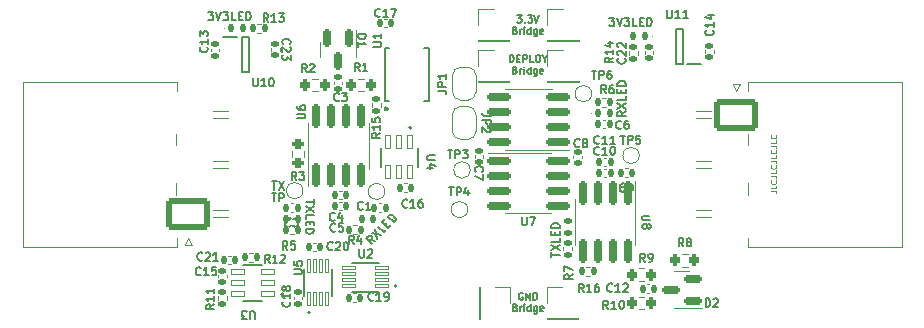
<source format=gto>
%TF.GenerationSoftware,KiCad,Pcbnew,(7.0.0)*%
%TF.CreationDate,2023-03-31T05:55:35+01:00*%
%TF.ProjectId,CANRepIso,43414e52-6570-4497-936f-2e6b69636164,rev?*%
%TF.SameCoordinates,Original*%
%TF.FileFunction,Legend,Top*%
%TF.FilePolarity,Positive*%
%FSLAX46Y46*%
G04 Gerber Fmt 4.6, Leading zero omitted, Abs format (unit mm)*
G04 Created by KiCad (PCBNEW (7.0.0)) date 2023-03-31 05:55:35*
%MOMM*%
%LPD*%
G01*
G04 APERTURE LIST*
G04 Aperture macros list*
%AMRoundRect*
0 Rectangle with rounded corners*
0 $1 Rounding radius*
0 $2 $3 $4 $5 $6 $7 $8 $9 X,Y pos of 4 corners*
0 Add a 4 corners polygon primitive as box body*
4,1,4,$2,$3,$4,$5,$6,$7,$8,$9,$2,$3,0*
0 Add four circle primitives for the rounded corners*
1,1,$1+$1,$2,$3*
1,1,$1+$1,$4,$5*
1,1,$1+$1,$6,$7*
1,1,$1+$1,$8,$9*
0 Add four rect primitives between the rounded corners*
20,1,$1+$1,$2,$3,$4,$5,0*
20,1,$1+$1,$4,$5,$6,$7,0*
20,1,$1+$1,$6,$7,$8,$9,0*
20,1,$1+$1,$8,$9,$2,$3,0*%
%AMFreePoly0*
4,1,19,0.500000,-0.750000,0.000000,-0.750000,0.000000,-0.744911,-0.071157,-0.744911,-0.207708,-0.704816,-0.327430,-0.627875,-0.420627,-0.520320,-0.479746,-0.390866,-0.500000,-0.250000,-0.500000,0.250000,-0.479746,0.390866,-0.420627,0.520320,-0.327430,0.627875,-0.207708,0.704816,-0.071157,0.744911,0.000000,0.744911,0.000000,0.750000,0.500000,0.750000,0.500000,-0.750000,0.500000,-0.750000,
$1*%
%AMFreePoly1*
4,1,19,0.000000,0.744911,0.071157,0.744911,0.207708,0.704816,0.327430,0.627875,0.420627,0.520320,0.479746,0.390866,0.500000,0.250000,0.500000,-0.250000,0.479746,-0.390866,0.420627,-0.520320,0.327430,-0.627875,0.207708,-0.704816,0.071157,-0.744911,0.000000,-0.744911,0.000000,-0.750000,-0.500000,-0.750000,-0.500000,0.750000,0.000000,0.750000,0.000000,0.744911,0.000000,0.744911,
$1*%
G04 Aperture macros list end*
%ADD10C,0.150000*%
%ADD11C,0.125000*%
%ADD12C,0.152400*%
%ADD13C,0.120000*%
%ADD14C,0.200000*%
%ADD15C,0.127000*%
%ADD16C,0.300000*%
%ADD17C,0.100000*%
%ADD18RoundRect,0.140000X-0.140000X-0.170000X0.140000X-0.170000X0.140000X0.170000X-0.140000X0.170000X0*%
%ADD19R,1.200000X0.600000*%
%ADD20RoundRect,0.140000X-0.170000X0.140000X-0.170000X-0.140000X0.170000X-0.140000X0.170000X0.140000X0*%
%ADD21RoundRect,0.140000X0.170000X-0.140000X0.170000X0.140000X-0.170000X0.140000X-0.170000X-0.140000X0*%
%ADD22RoundRect,0.135000X0.135000X0.185000X-0.135000X0.185000X-0.135000X-0.185000X0.135000X-0.185000X0*%
%ADD23RoundRect,0.135000X0.185000X-0.135000X0.185000X0.135000X-0.185000X0.135000X-0.185000X-0.135000X0*%
%ADD24RoundRect,0.150000X0.825000X0.150000X-0.825000X0.150000X-0.825000X-0.150000X0.825000X-0.150000X0*%
%ADD25RoundRect,0.150000X-0.150000X0.825000X-0.150000X-0.825000X0.150000X-0.825000X0.150000X0.825000X0*%
%ADD26RoundRect,0.150000X-0.825000X-0.150000X0.825000X-0.150000X0.825000X0.150000X-0.825000X0.150000X0*%
%ADD27RoundRect,0.150000X0.150000X-0.825000X0.150000X0.825000X-0.150000X0.825000X-0.150000X-0.825000X0*%
%ADD28RoundRect,0.008100X0.126900X-0.551900X0.126900X0.551900X-0.126900X0.551900X-0.126900X-0.551900X0*%
%ADD29RoundRect,0.040600X-0.249400X0.564400X-0.249400X-0.564400X0.249400X-0.564400X0.249400X0.564400X0*%
%ADD30RoundRect,0.040600X0.564400X0.249400X-0.564400X0.249400X-0.564400X-0.249400X0.564400X-0.249400X0*%
%ADD31RoundRect,0.008100X0.551900X0.126900X-0.551900X0.126900X-0.551900X-0.126900X0.551900X-0.126900X0*%
%ADD32R,0.240000X1.570000*%
%ADD33R,1.700000X1.700000*%
%ADD34C,1.000000*%
%ADD35C,3.000000*%
%ADD36RoundRect,0.250001X-1.599999X1.099999X-1.599999X-1.099999X1.599999X-1.099999X1.599999X1.099999X0*%
%ADD37O,3.700000X2.700000*%
%ADD38RoundRect,0.250001X1.599999X-1.099999X1.599999X1.099999X-1.599999X1.099999X-1.599999X-1.099999X0*%
%ADD39RoundRect,0.135000X-0.185000X0.135000X-0.185000X-0.135000X0.185000X-0.135000X0.185000X0.135000X0*%
%ADD40RoundRect,0.200000X-0.200000X-0.275000X0.200000X-0.275000X0.200000X0.275000X-0.200000X0.275000X0*%
%ADD41RoundRect,0.200000X0.200000X0.275000X-0.200000X0.275000X-0.200000X-0.275000X0.200000X-0.275000X0*%
%ADD42RoundRect,0.135000X-0.135000X-0.185000X0.135000X-0.185000X0.135000X0.185000X-0.135000X0.185000X0*%
%ADD43RoundRect,0.200000X-0.275000X0.200000X-0.275000X-0.200000X0.275000X-0.200000X0.275000X0.200000X0*%
%ADD44FreePoly0,270.000000*%
%ADD45FreePoly1,270.000000*%
%ADD46FreePoly0,90.000000*%
%ADD47FreePoly1,90.000000*%
%ADD48C,5.600000*%
%ADD49RoundRect,0.147500X0.147500X0.172500X-0.147500X0.172500X-0.147500X-0.172500X0.147500X-0.172500X0*%
%ADD50RoundRect,0.147500X-0.147500X-0.172500X0.147500X-0.172500X0.147500X0.172500X-0.147500X0.172500X0*%
%ADD51RoundRect,0.147500X-0.172500X0.147500X-0.172500X-0.147500X0.172500X-0.147500X0.172500X0.147500X0*%
%ADD52RoundRect,0.150000X0.587500X0.150000X-0.587500X0.150000X-0.587500X-0.150000X0.587500X-0.150000X0*%
%ADD53RoundRect,0.150000X-0.150000X0.587500X-0.150000X-0.587500X0.150000X-0.587500X0.150000X0.587500X0*%
%ADD54RoundRect,0.140000X0.140000X0.170000X-0.140000X0.170000X-0.140000X-0.170000X0.140000X-0.170000X0*%
G04 APERTURE END LIST*
D10*
X144514143Y-87858428D02*
X144514143Y-87258428D01*
X144514143Y-87258428D02*
X144657000Y-87258428D01*
X144657000Y-87258428D02*
X144742714Y-87287000D01*
X144742714Y-87287000D02*
X144799857Y-87344142D01*
X144799857Y-87344142D02*
X144828428Y-87401285D01*
X144828428Y-87401285D02*
X144857000Y-87515571D01*
X144857000Y-87515571D02*
X144857000Y-87601285D01*
X144857000Y-87601285D02*
X144828428Y-87715571D01*
X144828428Y-87715571D02*
X144799857Y-87772714D01*
X144799857Y-87772714D02*
X144742714Y-87829857D01*
X144742714Y-87829857D02*
X144657000Y-87858428D01*
X144657000Y-87858428D02*
X144514143Y-87858428D01*
X145114143Y-87544142D02*
X145314143Y-87544142D01*
X145399857Y-87858428D02*
X145114143Y-87858428D01*
X145114143Y-87858428D02*
X145114143Y-87258428D01*
X145114143Y-87258428D02*
X145399857Y-87258428D01*
X145657000Y-87858428D02*
X145657000Y-87258428D01*
X145657000Y-87258428D02*
X145885571Y-87258428D01*
X145885571Y-87258428D02*
X145942714Y-87287000D01*
X145942714Y-87287000D02*
X145971285Y-87315571D01*
X145971285Y-87315571D02*
X145999857Y-87372714D01*
X145999857Y-87372714D02*
X145999857Y-87458428D01*
X145999857Y-87458428D02*
X145971285Y-87515571D01*
X145971285Y-87515571D02*
X145942714Y-87544142D01*
X145942714Y-87544142D02*
X145885571Y-87572714D01*
X145885571Y-87572714D02*
X145657000Y-87572714D01*
X146542714Y-87858428D02*
X146257000Y-87858428D01*
X146257000Y-87858428D02*
X146257000Y-87258428D01*
X146856999Y-87258428D02*
X146971285Y-87258428D01*
X146971285Y-87258428D02*
X147028428Y-87287000D01*
X147028428Y-87287000D02*
X147085571Y-87344142D01*
X147085571Y-87344142D02*
X147114142Y-87458428D01*
X147114142Y-87458428D02*
X147114142Y-87658428D01*
X147114142Y-87658428D02*
X147085571Y-87772714D01*
X147085571Y-87772714D02*
X147028428Y-87829857D01*
X147028428Y-87829857D02*
X146971285Y-87858428D01*
X146971285Y-87858428D02*
X146856999Y-87858428D01*
X146856999Y-87858428D02*
X146799857Y-87829857D01*
X146799857Y-87829857D02*
X146742714Y-87772714D01*
X146742714Y-87772714D02*
X146714142Y-87658428D01*
X146714142Y-87658428D02*
X146714142Y-87458428D01*
X146714142Y-87458428D02*
X146742714Y-87344142D01*
X146742714Y-87344142D02*
X146799857Y-87287000D01*
X146799857Y-87287000D02*
X146856999Y-87258428D01*
X147485570Y-87572714D02*
X147485570Y-87858428D01*
X147285570Y-87258428D02*
X147485570Y-87572714D01*
X147485570Y-87572714D02*
X147685570Y-87258428D01*
X144971286Y-88516142D02*
X145057000Y-88544714D01*
X145057000Y-88544714D02*
X145085571Y-88573285D01*
X145085571Y-88573285D02*
X145114143Y-88630428D01*
X145114143Y-88630428D02*
X145114143Y-88716142D01*
X145114143Y-88716142D02*
X145085571Y-88773285D01*
X145085571Y-88773285D02*
X145057000Y-88801857D01*
X145057000Y-88801857D02*
X144999857Y-88830428D01*
X144999857Y-88830428D02*
X144771286Y-88830428D01*
X144771286Y-88830428D02*
X144771286Y-88230428D01*
X144771286Y-88230428D02*
X144971286Y-88230428D01*
X144971286Y-88230428D02*
X145028429Y-88259000D01*
X145028429Y-88259000D02*
X145057000Y-88287571D01*
X145057000Y-88287571D02*
X145085571Y-88344714D01*
X145085571Y-88344714D02*
X145085571Y-88401857D01*
X145085571Y-88401857D02*
X145057000Y-88459000D01*
X145057000Y-88459000D02*
X145028429Y-88487571D01*
X145028429Y-88487571D02*
X144971286Y-88516142D01*
X144971286Y-88516142D02*
X144771286Y-88516142D01*
X145371286Y-88830428D02*
X145371286Y-88430428D01*
X145371286Y-88544714D02*
X145399857Y-88487571D01*
X145399857Y-88487571D02*
X145428429Y-88459000D01*
X145428429Y-88459000D02*
X145485571Y-88430428D01*
X145485571Y-88430428D02*
X145542714Y-88430428D01*
X145742715Y-88830428D02*
X145742715Y-88430428D01*
X145742715Y-88230428D02*
X145714143Y-88259000D01*
X145714143Y-88259000D02*
X145742715Y-88287571D01*
X145742715Y-88287571D02*
X145771286Y-88259000D01*
X145771286Y-88259000D02*
X145742715Y-88230428D01*
X145742715Y-88230428D02*
X145742715Y-88287571D01*
X146285572Y-88830428D02*
X146285572Y-88230428D01*
X146285572Y-88801857D02*
X146228429Y-88830428D01*
X146228429Y-88830428D02*
X146114143Y-88830428D01*
X146114143Y-88830428D02*
X146057000Y-88801857D01*
X146057000Y-88801857D02*
X146028429Y-88773285D01*
X146028429Y-88773285D02*
X145999857Y-88716142D01*
X145999857Y-88716142D02*
X145999857Y-88544714D01*
X145999857Y-88544714D02*
X146028429Y-88487571D01*
X146028429Y-88487571D02*
X146057000Y-88459000D01*
X146057000Y-88459000D02*
X146114143Y-88430428D01*
X146114143Y-88430428D02*
X146228429Y-88430428D01*
X146228429Y-88430428D02*
X146285572Y-88459000D01*
X146828429Y-88430428D02*
X146828429Y-88916142D01*
X146828429Y-88916142D02*
X146799857Y-88973285D01*
X146799857Y-88973285D02*
X146771286Y-89001857D01*
X146771286Y-89001857D02*
X146714143Y-89030428D01*
X146714143Y-89030428D02*
X146628429Y-89030428D01*
X146628429Y-89030428D02*
X146571286Y-89001857D01*
X146828429Y-88801857D02*
X146771286Y-88830428D01*
X146771286Y-88830428D02*
X146657000Y-88830428D01*
X146657000Y-88830428D02*
X146599857Y-88801857D01*
X146599857Y-88801857D02*
X146571286Y-88773285D01*
X146571286Y-88773285D02*
X146542714Y-88716142D01*
X146542714Y-88716142D02*
X146542714Y-88544714D01*
X146542714Y-88544714D02*
X146571286Y-88487571D01*
X146571286Y-88487571D02*
X146599857Y-88459000D01*
X146599857Y-88459000D02*
X146657000Y-88430428D01*
X146657000Y-88430428D02*
X146771286Y-88430428D01*
X146771286Y-88430428D02*
X146828429Y-88459000D01*
X147342714Y-88801857D02*
X147285571Y-88830428D01*
X147285571Y-88830428D02*
X147171286Y-88830428D01*
X147171286Y-88830428D02*
X147114143Y-88801857D01*
X147114143Y-88801857D02*
X147085571Y-88744714D01*
X147085571Y-88744714D02*
X147085571Y-88516142D01*
X147085571Y-88516142D02*
X147114143Y-88459000D01*
X147114143Y-88459000D02*
X147171286Y-88430428D01*
X147171286Y-88430428D02*
X147285571Y-88430428D01*
X147285571Y-88430428D02*
X147342714Y-88459000D01*
X147342714Y-88459000D02*
X147371286Y-88516142D01*
X147371286Y-88516142D02*
X147371286Y-88573285D01*
X147371286Y-88573285D02*
X147085571Y-88630428D01*
X145612857Y-107394000D02*
X145555715Y-107365428D01*
X145555715Y-107365428D02*
X145470000Y-107365428D01*
X145470000Y-107365428D02*
X145384286Y-107394000D01*
X145384286Y-107394000D02*
X145327143Y-107451142D01*
X145327143Y-107451142D02*
X145298572Y-107508285D01*
X145298572Y-107508285D02*
X145270000Y-107622571D01*
X145270000Y-107622571D02*
X145270000Y-107708285D01*
X145270000Y-107708285D02*
X145298572Y-107822571D01*
X145298572Y-107822571D02*
X145327143Y-107879714D01*
X145327143Y-107879714D02*
X145384286Y-107936857D01*
X145384286Y-107936857D02*
X145470000Y-107965428D01*
X145470000Y-107965428D02*
X145527143Y-107965428D01*
X145527143Y-107965428D02*
X145612857Y-107936857D01*
X145612857Y-107936857D02*
X145641429Y-107908285D01*
X145641429Y-107908285D02*
X145641429Y-107708285D01*
X145641429Y-107708285D02*
X145527143Y-107708285D01*
X145898572Y-107965428D02*
X145898572Y-107365428D01*
X145898572Y-107365428D02*
X146241429Y-107965428D01*
X146241429Y-107965428D02*
X146241429Y-107365428D01*
X146527143Y-107965428D02*
X146527143Y-107365428D01*
X146527143Y-107365428D02*
X146670000Y-107365428D01*
X146670000Y-107365428D02*
X146755714Y-107394000D01*
X146755714Y-107394000D02*
X146812857Y-107451142D01*
X146812857Y-107451142D02*
X146841428Y-107508285D01*
X146841428Y-107508285D02*
X146870000Y-107622571D01*
X146870000Y-107622571D02*
X146870000Y-107708285D01*
X146870000Y-107708285D02*
X146841428Y-107822571D01*
X146841428Y-107822571D02*
X146812857Y-107879714D01*
X146812857Y-107879714D02*
X146755714Y-107936857D01*
X146755714Y-107936857D02*
X146670000Y-107965428D01*
X146670000Y-107965428D02*
X146527143Y-107965428D01*
X144984286Y-108623142D02*
X145070000Y-108651714D01*
X145070000Y-108651714D02*
X145098571Y-108680285D01*
X145098571Y-108680285D02*
X145127143Y-108737428D01*
X145127143Y-108737428D02*
X145127143Y-108823142D01*
X145127143Y-108823142D02*
X145098571Y-108880285D01*
X145098571Y-108880285D02*
X145070000Y-108908857D01*
X145070000Y-108908857D02*
X145012857Y-108937428D01*
X145012857Y-108937428D02*
X144784286Y-108937428D01*
X144784286Y-108937428D02*
X144784286Y-108337428D01*
X144784286Y-108337428D02*
X144984286Y-108337428D01*
X144984286Y-108337428D02*
X145041429Y-108366000D01*
X145041429Y-108366000D02*
X145070000Y-108394571D01*
X145070000Y-108394571D02*
X145098571Y-108451714D01*
X145098571Y-108451714D02*
X145098571Y-108508857D01*
X145098571Y-108508857D02*
X145070000Y-108566000D01*
X145070000Y-108566000D02*
X145041429Y-108594571D01*
X145041429Y-108594571D02*
X144984286Y-108623142D01*
X144984286Y-108623142D02*
X144784286Y-108623142D01*
X145384286Y-108937428D02*
X145384286Y-108537428D01*
X145384286Y-108651714D02*
X145412857Y-108594571D01*
X145412857Y-108594571D02*
X145441429Y-108566000D01*
X145441429Y-108566000D02*
X145498571Y-108537428D01*
X145498571Y-108537428D02*
X145555714Y-108537428D01*
X145755715Y-108937428D02*
X145755715Y-108537428D01*
X145755715Y-108337428D02*
X145727143Y-108366000D01*
X145727143Y-108366000D02*
X145755715Y-108394571D01*
X145755715Y-108394571D02*
X145784286Y-108366000D01*
X145784286Y-108366000D02*
X145755715Y-108337428D01*
X145755715Y-108337428D02*
X145755715Y-108394571D01*
X146298572Y-108937428D02*
X146298572Y-108337428D01*
X146298572Y-108908857D02*
X146241429Y-108937428D01*
X146241429Y-108937428D02*
X146127143Y-108937428D01*
X146127143Y-108937428D02*
X146070000Y-108908857D01*
X146070000Y-108908857D02*
X146041429Y-108880285D01*
X146041429Y-108880285D02*
X146012857Y-108823142D01*
X146012857Y-108823142D02*
X146012857Y-108651714D01*
X146012857Y-108651714D02*
X146041429Y-108594571D01*
X146041429Y-108594571D02*
X146070000Y-108566000D01*
X146070000Y-108566000D02*
X146127143Y-108537428D01*
X146127143Y-108537428D02*
X146241429Y-108537428D01*
X146241429Y-108537428D02*
X146298572Y-108566000D01*
X146841429Y-108537428D02*
X146841429Y-109023142D01*
X146841429Y-109023142D02*
X146812857Y-109080285D01*
X146812857Y-109080285D02*
X146784286Y-109108857D01*
X146784286Y-109108857D02*
X146727143Y-109137428D01*
X146727143Y-109137428D02*
X146641429Y-109137428D01*
X146641429Y-109137428D02*
X146584286Y-109108857D01*
X146841429Y-108908857D02*
X146784286Y-108937428D01*
X146784286Y-108937428D02*
X146670000Y-108937428D01*
X146670000Y-108937428D02*
X146612857Y-108908857D01*
X146612857Y-108908857D02*
X146584286Y-108880285D01*
X146584286Y-108880285D02*
X146555714Y-108823142D01*
X146555714Y-108823142D02*
X146555714Y-108651714D01*
X146555714Y-108651714D02*
X146584286Y-108594571D01*
X146584286Y-108594571D02*
X146612857Y-108566000D01*
X146612857Y-108566000D02*
X146670000Y-108537428D01*
X146670000Y-108537428D02*
X146784286Y-108537428D01*
X146784286Y-108537428D02*
X146841429Y-108566000D01*
X147355714Y-108908857D02*
X147298571Y-108937428D01*
X147298571Y-108937428D02*
X147184286Y-108937428D01*
X147184286Y-108937428D02*
X147127143Y-108908857D01*
X147127143Y-108908857D02*
X147098571Y-108851714D01*
X147098571Y-108851714D02*
X147098571Y-108623142D01*
X147098571Y-108623142D02*
X147127143Y-108566000D01*
X147127143Y-108566000D02*
X147184286Y-108537428D01*
X147184286Y-108537428D02*
X147298571Y-108537428D01*
X147298571Y-108537428D02*
X147355714Y-108566000D01*
X147355714Y-108566000D02*
X147384286Y-108623142D01*
X147384286Y-108623142D02*
X147384286Y-108680285D01*
X147384286Y-108680285D02*
X147098571Y-108737428D01*
D11*
X166607690Y-98773523D02*
X166964833Y-98773523D01*
X166964833Y-98773523D02*
X167036261Y-98797332D01*
X167036261Y-98797332D02*
X167083880Y-98844951D01*
X167083880Y-98844951D02*
X167107690Y-98916380D01*
X167107690Y-98916380D02*
X167107690Y-98963999D01*
X167107690Y-98297333D02*
X167107690Y-98535428D01*
X167107690Y-98535428D02*
X166607690Y-98535428D01*
X167060071Y-97844952D02*
X167083880Y-97868761D01*
X167083880Y-97868761D02*
X167107690Y-97940190D01*
X167107690Y-97940190D02*
X167107690Y-97987809D01*
X167107690Y-97987809D02*
X167083880Y-98059237D01*
X167083880Y-98059237D02*
X167036261Y-98106856D01*
X167036261Y-98106856D02*
X166988642Y-98130666D01*
X166988642Y-98130666D02*
X166893404Y-98154475D01*
X166893404Y-98154475D02*
X166821976Y-98154475D01*
X166821976Y-98154475D02*
X166726738Y-98130666D01*
X166726738Y-98130666D02*
X166679119Y-98106856D01*
X166679119Y-98106856D02*
X166631500Y-98059237D01*
X166631500Y-98059237D02*
X166607690Y-97987809D01*
X166607690Y-97987809D02*
X166607690Y-97940190D01*
X166607690Y-97940190D02*
X166631500Y-97868761D01*
X166631500Y-97868761D02*
X166655309Y-97844952D01*
X166607690Y-97487809D02*
X166964833Y-97487809D01*
X166964833Y-97487809D02*
X167036261Y-97511618D01*
X167036261Y-97511618D02*
X167083880Y-97559237D01*
X167083880Y-97559237D02*
X167107690Y-97630666D01*
X167107690Y-97630666D02*
X167107690Y-97678285D01*
X167107690Y-97011619D02*
X167107690Y-97249714D01*
X167107690Y-97249714D02*
X166607690Y-97249714D01*
X167060071Y-96559238D02*
X167083880Y-96583047D01*
X167083880Y-96583047D02*
X167107690Y-96654476D01*
X167107690Y-96654476D02*
X167107690Y-96702095D01*
X167107690Y-96702095D02*
X167083880Y-96773523D01*
X167083880Y-96773523D02*
X167036261Y-96821142D01*
X167036261Y-96821142D02*
X166988642Y-96844952D01*
X166988642Y-96844952D02*
X166893404Y-96868761D01*
X166893404Y-96868761D02*
X166821976Y-96868761D01*
X166821976Y-96868761D02*
X166726738Y-96844952D01*
X166726738Y-96844952D02*
X166679119Y-96821142D01*
X166679119Y-96821142D02*
X166631500Y-96773523D01*
X166631500Y-96773523D02*
X166607690Y-96702095D01*
X166607690Y-96702095D02*
X166607690Y-96654476D01*
X166607690Y-96654476D02*
X166631500Y-96583047D01*
X166631500Y-96583047D02*
X166655309Y-96559238D01*
X166607690Y-96202095D02*
X166964833Y-96202095D01*
X166964833Y-96202095D02*
X167036261Y-96225904D01*
X167036261Y-96225904D02*
X167083880Y-96273523D01*
X167083880Y-96273523D02*
X167107690Y-96344952D01*
X167107690Y-96344952D02*
X167107690Y-96392571D01*
X167107690Y-95725905D02*
X167107690Y-95964000D01*
X167107690Y-95964000D02*
X166607690Y-95964000D01*
X167060071Y-95273524D02*
X167083880Y-95297333D01*
X167083880Y-95297333D02*
X167107690Y-95368762D01*
X167107690Y-95368762D02*
X167107690Y-95416381D01*
X167107690Y-95416381D02*
X167083880Y-95487809D01*
X167083880Y-95487809D02*
X167036261Y-95535428D01*
X167036261Y-95535428D02*
X166988642Y-95559238D01*
X166988642Y-95559238D02*
X166893404Y-95583047D01*
X166893404Y-95583047D02*
X166821976Y-95583047D01*
X166821976Y-95583047D02*
X166726738Y-95559238D01*
X166726738Y-95559238D02*
X166679119Y-95535428D01*
X166679119Y-95535428D02*
X166631500Y-95487809D01*
X166631500Y-95487809D02*
X166607690Y-95416381D01*
X166607690Y-95416381D02*
X166607690Y-95368762D01*
X166607690Y-95368762D02*
X166631500Y-95297333D01*
X166631500Y-95297333D02*
X166655309Y-95273524D01*
X166607690Y-94916381D02*
X166964833Y-94916381D01*
X166964833Y-94916381D02*
X167036261Y-94940190D01*
X167036261Y-94940190D02*
X167083880Y-94987809D01*
X167083880Y-94987809D02*
X167107690Y-95059238D01*
X167107690Y-95059238D02*
X167107690Y-95106857D01*
X167107690Y-94440191D02*
X167107690Y-94678286D01*
X167107690Y-94678286D02*
X166607690Y-94678286D01*
X167060071Y-93987810D02*
X167083880Y-94011619D01*
X167083880Y-94011619D02*
X167107690Y-94083048D01*
X167107690Y-94083048D02*
X167107690Y-94130667D01*
X167107690Y-94130667D02*
X167083880Y-94202095D01*
X167083880Y-94202095D02*
X167036261Y-94249714D01*
X167036261Y-94249714D02*
X166988642Y-94273524D01*
X166988642Y-94273524D02*
X166893404Y-94297333D01*
X166893404Y-94297333D02*
X166821976Y-94297333D01*
X166821976Y-94297333D02*
X166726738Y-94273524D01*
X166726738Y-94273524D02*
X166679119Y-94249714D01*
X166679119Y-94249714D02*
X166631500Y-94202095D01*
X166631500Y-94202095D02*
X166607690Y-94130667D01*
X166607690Y-94130667D02*
X166607690Y-94083048D01*
X166607690Y-94083048D02*
X166631500Y-94011619D01*
X166631500Y-94011619D02*
X166655309Y-93987810D01*
D10*
X145174285Y-83894428D02*
X145545713Y-83894428D01*
X145545713Y-83894428D02*
X145345713Y-84123000D01*
X145345713Y-84123000D02*
X145431428Y-84123000D01*
X145431428Y-84123000D02*
X145488571Y-84151571D01*
X145488571Y-84151571D02*
X145517142Y-84180142D01*
X145517142Y-84180142D02*
X145545713Y-84237285D01*
X145545713Y-84237285D02*
X145545713Y-84380142D01*
X145545713Y-84380142D02*
X145517142Y-84437285D01*
X145517142Y-84437285D02*
X145488571Y-84465857D01*
X145488571Y-84465857D02*
X145431428Y-84494428D01*
X145431428Y-84494428D02*
X145259999Y-84494428D01*
X145259999Y-84494428D02*
X145202856Y-84465857D01*
X145202856Y-84465857D02*
X145174285Y-84437285D01*
X145802857Y-84437285D02*
X145831428Y-84465857D01*
X145831428Y-84465857D02*
X145802857Y-84494428D01*
X145802857Y-84494428D02*
X145774285Y-84465857D01*
X145774285Y-84465857D02*
X145802857Y-84437285D01*
X145802857Y-84437285D02*
X145802857Y-84494428D01*
X146031428Y-83894428D02*
X146402856Y-83894428D01*
X146402856Y-83894428D02*
X146202856Y-84123000D01*
X146202856Y-84123000D02*
X146288571Y-84123000D01*
X146288571Y-84123000D02*
X146345714Y-84151571D01*
X146345714Y-84151571D02*
X146374285Y-84180142D01*
X146374285Y-84180142D02*
X146402856Y-84237285D01*
X146402856Y-84237285D02*
X146402856Y-84380142D01*
X146402856Y-84380142D02*
X146374285Y-84437285D01*
X146374285Y-84437285D02*
X146345714Y-84465857D01*
X146345714Y-84465857D02*
X146288571Y-84494428D01*
X146288571Y-84494428D02*
X146117142Y-84494428D01*
X146117142Y-84494428D02*
X146059999Y-84465857D01*
X146059999Y-84465857D02*
X146031428Y-84437285D01*
X146574285Y-83894428D02*
X146774285Y-84494428D01*
X146774285Y-84494428D02*
X146974285Y-83894428D01*
X144974286Y-85152142D02*
X145060000Y-85180714D01*
X145060000Y-85180714D02*
X145088571Y-85209285D01*
X145088571Y-85209285D02*
X145117143Y-85266428D01*
X145117143Y-85266428D02*
X145117143Y-85352142D01*
X145117143Y-85352142D02*
X145088571Y-85409285D01*
X145088571Y-85409285D02*
X145060000Y-85437857D01*
X145060000Y-85437857D02*
X145002857Y-85466428D01*
X145002857Y-85466428D02*
X144774286Y-85466428D01*
X144774286Y-85466428D02*
X144774286Y-84866428D01*
X144774286Y-84866428D02*
X144974286Y-84866428D01*
X144974286Y-84866428D02*
X145031429Y-84895000D01*
X145031429Y-84895000D02*
X145060000Y-84923571D01*
X145060000Y-84923571D02*
X145088571Y-84980714D01*
X145088571Y-84980714D02*
X145088571Y-85037857D01*
X145088571Y-85037857D02*
X145060000Y-85095000D01*
X145060000Y-85095000D02*
X145031429Y-85123571D01*
X145031429Y-85123571D02*
X144974286Y-85152142D01*
X144974286Y-85152142D02*
X144774286Y-85152142D01*
X145374286Y-85466428D02*
X145374286Y-85066428D01*
X145374286Y-85180714D02*
X145402857Y-85123571D01*
X145402857Y-85123571D02*
X145431429Y-85095000D01*
X145431429Y-85095000D02*
X145488571Y-85066428D01*
X145488571Y-85066428D02*
X145545714Y-85066428D01*
X145745715Y-85466428D02*
X145745715Y-85066428D01*
X145745715Y-84866428D02*
X145717143Y-84895000D01*
X145717143Y-84895000D02*
X145745715Y-84923571D01*
X145745715Y-84923571D02*
X145774286Y-84895000D01*
X145774286Y-84895000D02*
X145745715Y-84866428D01*
X145745715Y-84866428D02*
X145745715Y-84923571D01*
X146288572Y-85466428D02*
X146288572Y-84866428D01*
X146288572Y-85437857D02*
X146231429Y-85466428D01*
X146231429Y-85466428D02*
X146117143Y-85466428D01*
X146117143Y-85466428D02*
X146060000Y-85437857D01*
X146060000Y-85437857D02*
X146031429Y-85409285D01*
X146031429Y-85409285D02*
X146002857Y-85352142D01*
X146002857Y-85352142D02*
X146002857Y-85180714D01*
X146002857Y-85180714D02*
X146031429Y-85123571D01*
X146031429Y-85123571D02*
X146060000Y-85095000D01*
X146060000Y-85095000D02*
X146117143Y-85066428D01*
X146117143Y-85066428D02*
X146231429Y-85066428D01*
X146231429Y-85066428D02*
X146288572Y-85095000D01*
X146831429Y-85066428D02*
X146831429Y-85552142D01*
X146831429Y-85552142D02*
X146802857Y-85609285D01*
X146802857Y-85609285D02*
X146774286Y-85637857D01*
X146774286Y-85637857D02*
X146717143Y-85666428D01*
X146717143Y-85666428D02*
X146631429Y-85666428D01*
X146631429Y-85666428D02*
X146574286Y-85637857D01*
X146831429Y-85437857D02*
X146774286Y-85466428D01*
X146774286Y-85466428D02*
X146660000Y-85466428D01*
X146660000Y-85466428D02*
X146602857Y-85437857D01*
X146602857Y-85437857D02*
X146574286Y-85409285D01*
X146574286Y-85409285D02*
X146545714Y-85352142D01*
X146545714Y-85352142D02*
X146545714Y-85180714D01*
X146545714Y-85180714D02*
X146574286Y-85123571D01*
X146574286Y-85123571D02*
X146602857Y-85095000D01*
X146602857Y-85095000D02*
X146660000Y-85066428D01*
X146660000Y-85066428D02*
X146774286Y-85066428D01*
X146774286Y-85066428D02*
X146831429Y-85095000D01*
X147345714Y-85437857D02*
X147288571Y-85466428D01*
X147288571Y-85466428D02*
X147174286Y-85466428D01*
X147174286Y-85466428D02*
X147117143Y-85437857D01*
X147117143Y-85437857D02*
X147088571Y-85380714D01*
X147088571Y-85380714D02*
X147088571Y-85152142D01*
X147088571Y-85152142D02*
X147117143Y-85095000D01*
X147117143Y-85095000D02*
X147174286Y-85066428D01*
X147174286Y-85066428D02*
X147288571Y-85066428D01*
X147288571Y-85066428D02*
X147345714Y-85095000D01*
X147345714Y-85095000D02*
X147374286Y-85152142D01*
X147374286Y-85152142D02*
X147374286Y-85209285D01*
X147374286Y-85209285D02*
X147088571Y-85266428D01*
D12*
%TO.C,C10*%
X152099999Y-95630500D02*
X152066666Y-95663833D01*
X152066666Y-95663833D02*
X151966666Y-95697166D01*
X151966666Y-95697166D02*
X151899999Y-95697166D01*
X151899999Y-95697166D02*
X151799999Y-95663833D01*
X151799999Y-95663833D02*
X151733333Y-95597166D01*
X151733333Y-95597166D02*
X151699999Y-95530500D01*
X151699999Y-95530500D02*
X151666666Y-95397166D01*
X151666666Y-95397166D02*
X151666666Y-95297166D01*
X151666666Y-95297166D02*
X151699999Y-95163833D01*
X151699999Y-95163833D02*
X151733333Y-95097166D01*
X151733333Y-95097166D02*
X151799999Y-95030500D01*
X151799999Y-95030500D02*
X151899999Y-94997166D01*
X151899999Y-94997166D02*
X151966666Y-94997166D01*
X151966666Y-94997166D02*
X152066666Y-95030500D01*
X152066666Y-95030500D02*
X152099999Y-95063833D01*
X152766666Y-95697166D02*
X152366666Y-95697166D01*
X152566666Y-95697166D02*
X152566666Y-94997166D01*
X152566666Y-94997166D02*
X152499999Y-95097166D01*
X152499999Y-95097166D02*
X152433333Y-95163833D01*
X152433333Y-95163833D02*
X152366666Y-95197166D01*
X153200000Y-94997166D02*
X153266666Y-94997166D01*
X153266666Y-94997166D02*
X153333333Y-95030500D01*
X153333333Y-95030500D02*
X153366666Y-95063833D01*
X153366666Y-95063833D02*
X153400000Y-95130500D01*
X153400000Y-95130500D02*
X153433333Y-95263833D01*
X153433333Y-95263833D02*
X153433333Y-95430500D01*
X153433333Y-95430500D02*
X153400000Y-95563833D01*
X153400000Y-95563833D02*
X153366666Y-95630500D01*
X153366666Y-95630500D02*
X153333333Y-95663833D01*
X153333333Y-95663833D02*
X153266666Y-95697166D01*
X153266666Y-95697166D02*
X153200000Y-95697166D01*
X153200000Y-95697166D02*
X153133333Y-95663833D01*
X153133333Y-95663833D02*
X153100000Y-95630500D01*
X153100000Y-95630500D02*
X153066666Y-95563833D01*
X153066666Y-95563833D02*
X153033333Y-95430500D01*
X153033333Y-95430500D02*
X153033333Y-95263833D01*
X153033333Y-95263833D02*
X153066666Y-95130500D01*
X153066666Y-95130500D02*
X153100000Y-95063833D01*
X153100000Y-95063833D02*
X153133333Y-95030500D01*
X153133333Y-95030500D02*
X153200000Y-94997166D01*
%TO.C,U11*%
X157842333Y-83445166D02*
X157842333Y-84011833D01*
X157842333Y-84011833D02*
X157875667Y-84078500D01*
X157875667Y-84078500D02*
X157909000Y-84111833D01*
X157909000Y-84111833D02*
X157975667Y-84145166D01*
X157975667Y-84145166D02*
X158109000Y-84145166D01*
X158109000Y-84145166D02*
X158175667Y-84111833D01*
X158175667Y-84111833D02*
X158209000Y-84078500D01*
X158209000Y-84078500D02*
X158242333Y-84011833D01*
X158242333Y-84011833D02*
X158242333Y-83445166D01*
X158942333Y-84145166D02*
X158542333Y-84145166D01*
X158742333Y-84145166D02*
X158742333Y-83445166D01*
X158742333Y-83445166D02*
X158675666Y-83545166D01*
X158675666Y-83545166D02*
X158609000Y-83611833D01*
X158609000Y-83611833D02*
X158542333Y-83645166D01*
X159609000Y-84145166D02*
X159209000Y-84145166D01*
X159409000Y-84145166D02*
X159409000Y-83445166D01*
X159409000Y-83445166D02*
X159342333Y-83545166D01*
X159342333Y-83545166D02*
X159275667Y-83611833D01*
X159275667Y-83611833D02*
X159209000Y-83645166D01*
%TO.C,U10*%
X122783333Y-89177166D02*
X122783333Y-89743833D01*
X122783333Y-89743833D02*
X122816667Y-89810500D01*
X122816667Y-89810500D02*
X122850000Y-89843833D01*
X122850000Y-89843833D02*
X122916667Y-89877166D01*
X122916667Y-89877166D02*
X123050000Y-89877166D01*
X123050000Y-89877166D02*
X123116667Y-89843833D01*
X123116667Y-89843833D02*
X123150000Y-89810500D01*
X123150000Y-89810500D02*
X123183333Y-89743833D01*
X123183333Y-89743833D02*
X123183333Y-89177166D01*
X123883333Y-89877166D02*
X123483333Y-89877166D01*
X123683333Y-89877166D02*
X123683333Y-89177166D01*
X123683333Y-89177166D02*
X123616666Y-89277166D01*
X123616666Y-89277166D02*
X123550000Y-89343833D01*
X123550000Y-89343833D02*
X123483333Y-89377166D01*
X124316667Y-89177166D02*
X124383333Y-89177166D01*
X124383333Y-89177166D02*
X124450000Y-89210500D01*
X124450000Y-89210500D02*
X124483333Y-89243833D01*
X124483333Y-89243833D02*
X124516667Y-89310500D01*
X124516667Y-89310500D02*
X124550000Y-89443833D01*
X124550000Y-89443833D02*
X124550000Y-89610500D01*
X124550000Y-89610500D02*
X124516667Y-89743833D01*
X124516667Y-89743833D02*
X124483333Y-89810500D01*
X124483333Y-89810500D02*
X124450000Y-89843833D01*
X124450000Y-89843833D02*
X124383333Y-89877166D01*
X124383333Y-89877166D02*
X124316667Y-89877166D01*
X124316667Y-89877166D02*
X124250000Y-89843833D01*
X124250000Y-89843833D02*
X124216667Y-89810500D01*
X124216667Y-89810500D02*
X124183333Y-89743833D01*
X124183333Y-89743833D02*
X124150000Y-89610500D01*
X124150000Y-89610500D02*
X124150000Y-89443833D01*
X124150000Y-89443833D02*
X124183333Y-89310500D01*
X124183333Y-89310500D02*
X124216667Y-89243833D01*
X124216667Y-89243833D02*
X124250000Y-89210500D01*
X124250000Y-89210500D02*
X124316667Y-89177166D01*
%TO.C,C23*%
X125329500Y-86309999D02*
X125296166Y-86276666D01*
X125296166Y-86276666D02*
X125262833Y-86176666D01*
X125262833Y-86176666D02*
X125262833Y-86109999D01*
X125262833Y-86109999D02*
X125296166Y-86009999D01*
X125296166Y-86009999D02*
X125362833Y-85943333D01*
X125362833Y-85943333D02*
X125429500Y-85909999D01*
X125429500Y-85909999D02*
X125562833Y-85876666D01*
X125562833Y-85876666D02*
X125662833Y-85876666D01*
X125662833Y-85876666D02*
X125796166Y-85909999D01*
X125796166Y-85909999D02*
X125862833Y-85943333D01*
X125862833Y-85943333D02*
X125929500Y-86009999D01*
X125929500Y-86009999D02*
X125962833Y-86109999D01*
X125962833Y-86109999D02*
X125962833Y-86176666D01*
X125962833Y-86176666D02*
X125929500Y-86276666D01*
X125929500Y-86276666D02*
X125896166Y-86309999D01*
X125896166Y-86576666D02*
X125929500Y-86609999D01*
X125929500Y-86609999D02*
X125962833Y-86676666D01*
X125962833Y-86676666D02*
X125962833Y-86843333D01*
X125962833Y-86843333D02*
X125929500Y-86909999D01*
X125929500Y-86909999D02*
X125896166Y-86943333D01*
X125896166Y-86943333D02*
X125829500Y-86976666D01*
X125829500Y-86976666D02*
X125762833Y-86976666D01*
X125762833Y-86976666D02*
X125662833Y-86943333D01*
X125662833Y-86943333D02*
X125262833Y-86543333D01*
X125262833Y-86543333D02*
X125262833Y-86976666D01*
X125962833Y-87210000D02*
X125962833Y-87643333D01*
X125962833Y-87643333D02*
X125696166Y-87410000D01*
X125696166Y-87410000D02*
X125696166Y-87510000D01*
X125696166Y-87510000D02*
X125662833Y-87576666D01*
X125662833Y-87576666D02*
X125629500Y-87610000D01*
X125629500Y-87610000D02*
X125562833Y-87643333D01*
X125562833Y-87643333D02*
X125396166Y-87643333D01*
X125396166Y-87643333D02*
X125329500Y-87610000D01*
X125329500Y-87610000D02*
X125296166Y-87576666D01*
X125296166Y-87576666D02*
X125262833Y-87510000D01*
X125262833Y-87510000D02*
X125262833Y-87310000D01*
X125262833Y-87310000D02*
X125296166Y-87243333D01*
X125296166Y-87243333D02*
X125329500Y-87210000D01*
%TO.C,C22*%
X154270500Y-87534000D02*
X154303833Y-87567333D01*
X154303833Y-87567333D02*
X154337166Y-87667333D01*
X154337166Y-87667333D02*
X154337166Y-87734000D01*
X154337166Y-87734000D02*
X154303833Y-87834000D01*
X154303833Y-87834000D02*
X154237166Y-87900667D01*
X154237166Y-87900667D02*
X154170500Y-87934000D01*
X154170500Y-87934000D02*
X154037166Y-87967333D01*
X154037166Y-87967333D02*
X153937166Y-87967333D01*
X153937166Y-87967333D02*
X153803833Y-87934000D01*
X153803833Y-87934000D02*
X153737166Y-87900667D01*
X153737166Y-87900667D02*
X153670500Y-87834000D01*
X153670500Y-87834000D02*
X153637166Y-87734000D01*
X153637166Y-87734000D02*
X153637166Y-87667333D01*
X153637166Y-87667333D02*
X153670500Y-87567333D01*
X153670500Y-87567333D02*
X153703833Y-87534000D01*
X153703833Y-87267333D02*
X153670500Y-87234000D01*
X153670500Y-87234000D02*
X153637166Y-87167333D01*
X153637166Y-87167333D02*
X153637166Y-87000667D01*
X153637166Y-87000667D02*
X153670500Y-86934000D01*
X153670500Y-86934000D02*
X153703833Y-86900667D01*
X153703833Y-86900667D02*
X153770500Y-86867333D01*
X153770500Y-86867333D02*
X153837166Y-86867333D01*
X153837166Y-86867333D02*
X153937166Y-86900667D01*
X153937166Y-86900667D02*
X154337166Y-87300667D01*
X154337166Y-87300667D02*
X154337166Y-86867333D01*
X153703833Y-86600666D02*
X153670500Y-86567333D01*
X153670500Y-86567333D02*
X153637166Y-86500666D01*
X153637166Y-86500666D02*
X153637166Y-86334000D01*
X153637166Y-86334000D02*
X153670500Y-86267333D01*
X153670500Y-86267333D02*
X153703833Y-86234000D01*
X153703833Y-86234000D02*
X153770500Y-86200666D01*
X153770500Y-86200666D02*
X153837166Y-86200666D01*
X153837166Y-86200666D02*
X153937166Y-86234000D01*
X153937166Y-86234000D02*
X154337166Y-86634000D01*
X154337166Y-86634000D02*
X154337166Y-86200666D01*
%TO.C,C14*%
X161714500Y-85150000D02*
X161747833Y-85183333D01*
X161747833Y-85183333D02*
X161781166Y-85283333D01*
X161781166Y-85283333D02*
X161781166Y-85350000D01*
X161781166Y-85350000D02*
X161747833Y-85450000D01*
X161747833Y-85450000D02*
X161681166Y-85516667D01*
X161681166Y-85516667D02*
X161614500Y-85550000D01*
X161614500Y-85550000D02*
X161481166Y-85583333D01*
X161481166Y-85583333D02*
X161381166Y-85583333D01*
X161381166Y-85583333D02*
X161247833Y-85550000D01*
X161247833Y-85550000D02*
X161181166Y-85516667D01*
X161181166Y-85516667D02*
X161114500Y-85450000D01*
X161114500Y-85450000D02*
X161081166Y-85350000D01*
X161081166Y-85350000D02*
X161081166Y-85283333D01*
X161081166Y-85283333D02*
X161114500Y-85183333D01*
X161114500Y-85183333D02*
X161147833Y-85150000D01*
X161781166Y-84483333D02*
X161781166Y-84883333D01*
X161781166Y-84683333D02*
X161081166Y-84683333D01*
X161081166Y-84683333D02*
X161181166Y-84750000D01*
X161181166Y-84750000D02*
X161247833Y-84816667D01*
X161247833Y-84816667D02*
X161281166Y-84883333D01*
X161314500Y-83883333D02*
X161781166Y-83883333D01*
X161047833Y-84050000D02*
X161547833Y-84216666D01*
X161547833Y-84216666D02*
X161547833Y-83783333D01*
%TO.C,C13*%
X118900500Y-86570000D02*
X118933833Y-86603333D01*
X118933833Y-86603333D02*
X118967166Y-86703333D01*
X118967166Y-86703333D02*
X118967166Y-86770000D01*
X118967166Y-86770000D02*
X118933833Y-86870000D01*
X118933833Y-86870000D02*
X118867166Y-86936667D01*
X118867166Y-86936667D02*
X118800500Y-86970000D01*
X118800500Y-86970000D02*
X118667166Y-87003333D01*
X118667166Y-87003333D02*
X118567166Y-87003333D01*
X118567166Y-87003333D02*
X118433833Y-86970000D01*
X118433833Y-86970000D02*
X118367166Y-86936667D01*
X118367166Y-86936667D02*
X118300500Y-86870000D01*
X118300500Y-86870000D02*
X118267166Y-86770000D01*
X118267166Y-86770000D02*
X118267166Y-86703333D01*
X118267166Y-86703333D02*
X118300500Y-86603333D01*
X118300500Y-86603333D02*
X118333833Y-86570000D01*
X118967166Y-85903333D02*
X118967166Y-86303333D01*
X118967166Y-86103333D02*
X118267166Y-86103333D01*
X118267166Y-86103333D02*
X118367166Y-86170000D01*
X118367166Y-86170000D02*
X118433833Y-86236667D01*
X118433833Y-86236667D02*
X118467166Y-86303333D01*
X118267166Y-85670000D02*
X118267166Y-85236666D01*
X118267166Y-85236666D02*
X118533833Y-85470000D01*
X118533833Y-85470000D02*
X118533833Y-85370000D01*
X118533833Y-85370000D02*
X118567166Y-85303333D01*
X118567166Y-85303333D02*
X118600500Y-85270000D01*
X118600500Y-85270000D02*
X118667166Y-85236666D01*
X118667166Y-85236666D02*
X118833833Y-85236666D01*
X118833833Y-85236666D02*
X118900500Y-85270000D01*
X118900500Y-85270000D02*
X118933833Y-85303333D01*
X118933833Y-85303333D02*
X118967166Y-85370000D01*
X118967166Y-85370000D02*
X118967166Y-85570000D01*
X118967166Y-85570000D02*
X118933833Y-85636666D01*
X118933833Y-85636666D02*
X118900500Y-85670000D01*
%TO.C,R16*%
X150769999Y-107317166D02*
X150536666Y-106983833D01*
X150369999Y-107317166D02*
X150369999Y-106617166D01*
X150369999Y-106617166D02*
X150636666Y-106617166D01*
X150636666Y-106617166D02*
X150703333Y-106650500D01*
X150703333Y-106650500D02*
X150736666Y-106683833D01*
X150736666Y-106683833D02*
X150769999Y-106750500D01*
X150769999Y-106750500D02*
X150769999Y-106850500D01*
X150769999Y-106850500D02*
X150736666Y-106917166D01*
X150736666Y-106917166D02*
X150703333Y-106950500D01*
X150703333Y-106950500D02*
X150636666Y-106983833D01*
X150636666Y-106983833D02*
X150369999Y-106983833D01*
X151436666Y-107317166D02*
X151036666Y-107317166D01*
X151236666Y-107317166D02*
X151236666Y-106617166D01*
X151236666Y-106617166D02*
X151169999Y-106717166D01*
X151169999Y-106717166D02*
X151103333Y-106783833D01*
X151103333Y-106783833D02*
X151036666Y-106817166D01*
X152036666Y-106617166D02*
X151903333Y-106617166D01*
X151903333Y-106617166D02*
X151836666Y-106650500D01*
X151836666Y-106650500D02*
X151803333Y-106683833D01*
X151803333Y-106683833D02*
X151736666Y-106783833D01*
X151736666Y-106783833D02*
X151703333Y-106917166D01*
X151703333Y-106917166D02*
X151703333Y-107183833D01*
X151703333Y-107183833D02*
X151736666Y-107250500D01*
X151736666Y-107250500D02*
X151770000Y-107283833D01*
X151770000Y-107283833D02*
X151836666Y-107317166D01*
X151836666Y-107317166D02*
X151970000Y-107317166D01*
X151970000Y-107317166D02*
X152036666Y-107283833D01*
X152036666Y-107283833D02*
X152070000Y-107250500D01*
X152070000Y-107250500D02*
X152103333Y-107183833D01*
X152103333Y-107183833D02*
X152103333Y-107017166D01*
X152103333Y-107017166D02*
X152070000Y-106950500D01*
X152070000Y-106950500D02*
X152036666Y-106917166D01*
X152036666Y-106917166D02*
X151970000Y-106883833D01*
X151970000Y-106883833D02*
X151836666Y-106883833D01*
X151836666Y-106883833D02*
X151770000Y-106917166D01*
X151770000Y-106917166D02*
X151736666Y-106950500D01*
X151736666Y-106950500D02*
X151703333Y-107017166D01*
%TO.C,R15*%
X133557166Y-93850000D02*
X133223833Y-94083333D01*
X133557166Y-94250000D02*
X132857166Y-94250000D01*
X132857166Y-94250000D02*
X132857166Y-93983333D01*
X132857166Y-93983333D02*
X132890500Y-93916667D01*
X132890500Y-93916667D02*
X132923833Y-93883333D01*
X132923833Y-93883333D02*
X132990500Y-93850000D01*
X132990500Y-93850000D02*
X133090500Y-93850000D01*
X133090500Y-93850000D02*
X133157166Y-93883333D01*
X133157166Y-93883333D02*
X133190500Y-93916667D01*
X133190500Y-93916667D02*
X133223833Y-93983333D01*
X133223833Y-93983333D02*
X133223833Y-94250000D01*
X133557166Y-93183333D02*
X133557166Y-93583333D01*
X133557166Y-93383333D02*
X132857166Y-93383333D01*
X132857166Y-93383333D02*
X132957166Y-93450000D01*
X132957166Y-93450000D02*
X133023833Y-93516667D01*
X133023833Y-93516667D02*
X133057166Y-93583333D01*
X132857166Y-92550000D02*
X132857166Y-92883333D01*
X132857166Y-92883333D02*
X133190500Y-92916666D01*
X133190500Y-92916666D02*
X133157166Y-92883333D01*
X133157166Y-92883333D02*
X133123833Y-92816666D01*
X133123833Y-92816666D02*
X133123833Y-92650000D01*
X133123833Y-92650000D02*
X133157166Y-92583333D01*
X133157166Y-92583333D02*
X133190500Y-92550000D01*
X133190500Y-92550000D02*
X133257166Y-92516666D01*
X133257166Y-92516666D02*
X133423833Y-92516666D01*
X133423833Y-92516666D02*
X133490500Y-92550000D01*
X133490500Y-92550000D02*
X133523833Y-92583333D01*
X133523833Y-92583333D02*
X133557166Y-92650000D01*
X133557166Y-92650000D02*
X133557166Y-92816666D01*
X133557166Y-92816666D02*
X133523833Y-92883333D01*
X133523833Y-92883333D02*
X133490500Y-92916666D01*
%TO.C,U8*%
X156447833Y-100841666D02*
X155881166Y-100841666D01*
X155881166Y-100841666D02*
X155814500Y-100875000D01*
X155814500Y-100875000D02*
X155781166Y-100908333D01*
X155781166Y-100908333D02*
X155747833Y-100975000D01*
X155747833Y-100975000D02*
X155747833Y-101108333D01*
X155747833Y-101108333D02*
X155781166Y-101175000D01*
X155781166Y-101175000D02*
X155814500Y-101208333D01*
X155814500Y-101208333D02*
X155881166Y-101241666D01*
X155881166Y-101241666D02*
X156447833Y-101241666D01*
X156147833Y-101674999D02*
X156181166Y-101608333D01*
X156181166Y-101608333D02*
X156214500Y-101574999D01*
X156214500Y-101574999D02*
X156281166Y-101541666D01*
X156281166Y-101541666D02*
X156314500Y-101541666D01*
X156314500Y-101541666D02*
X156381166Y-101574999D01*
X156381166Y-101574999D02*
X156414500Y-101608333D01*
X156414500Y-101608333D02*
X156447833Y-101674999D01*
X156447833Y-101674999D02*
X156447833Y-101808333D01*
X156447833Y-101808333D02*
X156414500Y-101874999D01*
X156414500Y-101874999D02*
X156381166Y-101908333D01*
X156381166Y-101908333D02*
X156314500Y-101941666D01*
X156314500Y-101941666D02*
X156281166Y-101941666D01*
X156281166Y-101941666D02*
X156214500Y-101908333D01*
X156214500Y-101908333D02*
X156181166Y-101874999D01*
X156181166Y-101874999D02*
X156147833Y-101808333D01*
X156147833Y-101808333D02*
X156147833Y-101674999D01*
X156147833Y-101674999D02*
X156114500Y-101608333D01*
X156114500Y-101608333D02*
X156081166Y-101574999D01*
X156081166Y-101574999D02*
X156014500Y-101541666D01*
X156014500Y-101541666D02*
X155881166Y-101541666D01*
X155881166Y-101541666D02*
X155814500Y-101574999D01*
X155814500Y-101574999D02*
X155781166Y-101608333D01*
X155781166Y-101608333D02*
X155747833Y-101674999D01*
X155747833Y-101674999D02*
X155747833Y-101808333D01*
X155747833Y-101808333D02*
X155781166Y-101874999D01*
X155781166Y-101874999D02*
X155814500Y-101908333D01*
X155814500Y-101908333D02*
X155881166Y-101941666D01*
X155881166Y-101941666D02*
X156014500Y-101941666D01*
X156014500Y-101941666D02*
X156081166Y-101908333D01*
X156081166Y-101908333D02*
X156114500Y-101874999D01*
X156114500Y-101874999D02*
X156147833Y-101808333D01*
%TO.C,U7*%
X145551666Y-100952166D02*
X145551666Y-101518833D01*
X145551666Y-101518833D02*
X145585000Y-101585500D01*
X145585000Y-101585500D02*
X145618333Y-101618833D01*
X145618333Y-101618833D02*
X145685000Y-101652166D01*
X145685000Y-101652166D02*
X145818333Y-101652166D01*
X145818333Y-101652166D02*
X145885000Y-101618833D01*
X145885000Y-101618833D02*
X145918333Y-101585500D01*
X145918333Y-101585500D02*
X145951666Y-101518833D01*
X145951666Y-101518833D02*
X145951666Y-100952166D01*
X146218333Y-100952166D02*
X146684999Y-100952166D01*
X146684999Y-100952166D02*
X146384999Y-101652166D01*
%TO.C,U6*%
X126517166Y-92603333D02*
X127083833Y-92603333D01*
X127083833Y-92603333D02*
X127150500Y-92570000D01*
X127150500Y-92570000D02*
X127183833Y-92536666D01*
X127183833Y-92536666D02*
X127217166Y-92470000D01*
X127217166Y-92470000D02*
X127217166Y-92336666D01*
X127217166Y-92336666D02*
X127183833Y-92270000D01*
X127183833Y-92270000D02*
X127150500Y-92236666D01*
X127150500Y-92236666D02*
X127083833Y-92203333D01*
X127083833Y-92203333D02*
X126517166Y-92203333D01*
X126517166Y-91570000D02*
X126517166Y-91703333D01*
X126517166Y-91703333D02*
X126550500Y-91770000D01*
X126550500Y-91770000D02*
X126583833Y-91803333D01*
X126583833Y-91803333D02*
X126683833Y-91870000D01*
X126683833Y-91870000D02*
X126817166Y-91903333D01*
X126817166Y-91903333D02*
X127083833Y-91903333D01*
X127083833Y-91903333D02*
X127150500Y-91870000D01*
X127150500Y-91870000D02*
X127183833Y-91836667D01*
X127183833Y-91836667D02*
X127217166Y-91770000D01*
X127217166Y-91770000D02*
X127217166Y-91636667D01*
X127217166Y-91636667D02*
X127183833Y-91570000D01*
X127183833Y-91570000D02*
X127150500Y-91536667D01*
X127150500Y-91536667D02*
X127083833Y-91503333D01*
X127083833Y-91503333D02*
X126917166Y-91503333D01*
X126917166Y-91503333D02*
X126850500Y-91536667D01*
X126850500Y-91536667D02*
X126817166Y-91570000D01*
X126817166Y-91570000D02*
X126783833Y-91636667D01*
X126783833Y-91636667D02*
X126783833Y-91770000D01*
X126783833Y-91770000D02*
X126817166Y-91836667D01*
X126817166Y-91836667D02*
X126850500Y-91870000D01*
X126850500Y-91870000D02*
X126917166Y-91903333D01*
%TO.C,U5*%
X126227166Y-105778333D02*
X126793833Y-105778333D01*
X126793833Y-105778333D02*
X126860500Y-105745000D01*
X126860500Y-105745000D02*
X126893833Y-105711666D01*
X126893833Y-105711666D02*
X126927166Y-105645000D01*
X126927166Y-105645000D02*
X126927166Y-105511666D01*
X126927166Y-105511666D02*
X126893833Y-105445000D01*
X126893833Y-105445000D02*
X126860500Y-105411666D01*
X126860500Y-105411666D02*
X126793833Y-105378333D01*
X126793833Y-105378333D02*
X126227166Y-105378333D01*
X126227166Y-104711667D02*
X126227166Y-105045000D01*
X126227166Y-105045000D02*
X126560500Y-105078333D01*
X126560500Y-105078333D02*
X126527166Y-105045000D01*
X126527166Y-105045000D02*
X126493833Y-104978333D01*
X126493833Y-104978333D02*
X126493833Y-104811667D01*
X126493833Y-104811667D02*
X126527166Y-104745000D01*
X126527166Y-104745000D02*
X126560500Y-104711667D01*
X126560500Y-104711667D02*
X126627166Y-104678333D01*
X126627166Y-104678333D02*
X126793833Y-104678333D01*
X126793833Y-104678333D02*
X126860500Y-104711667D01*
X126860500Y-104711667D02*
X126893833Y-104745000D01*
X126893833Y-104745000D02*
X126927166Y-104811667D01*
X126927166Y-104811667D02*
X126927166Y-104978333D01*
X126927166Y-104978333D02*
X126893833Y-105045000D01*
X126893833Y-105045000D02*
X126860500Y-105078333D01*
%TO.C,U4*%
X138237833Y-95741666D02*
X137671166Y-95741666D01*
X137671166Y-95741666D02*
X137604500Y-95775000D01*
X137604500Y-95775000D02*
X137571166Y-95808333D01*
X137571166Y-95808333D02*
X137537833Y-95875000D01*
X137537833Y-95875000D02*
X137537833Y-96008333D01*
X137537833Y-96008333D02*
X137571166Y-96075000D01*
X137571166Y-96075000D02*
X137604500Y-96108333D01*
X137604500Y-96108333D02*
X137671166Y-96141666D01*
X137671166Y-96141666D02*
X138237833Y-96141666D01*
X138004500Y-96774999D02*
X137537833Y-96774999D01*
X138271166Y-96608333D02*
X137771166Y-96441666D01*
X137771166Y-96441666D02*
X137771166Y-96874999D01*
%TO.C,U3*%
X122920132Y-109621034D02*
X122920132Y-109054367D01*
X122920132Y-109054367D02*
X122886799Y-108987701D01*
X122886799Y-108987701D02*
X122853465Y-108954367D01*
X122853465Y-108954367D02*
X122786799Y-108921034D01*
X122786799Y-108921034D02*
X122653465Y-108921034D01*
X122653465Y-108921034D02*
X122586799Y-108954367D01*
X122586799Y-108954367D02*
X122553465Y-108987701D01*
X122553465Y-108987701D02*
X122520132Y-109054367D01*
X122520132Y-109054367D02*
X122520132Y-109621034D01*
X122253466Y-109621034D02*
X121820132Y-109621034D01*
X121820132Y-109621034D02*
X122053466Y-109354367D01*
X122053466Y-109354367D02*
X121953466Y-109354367D01*
X121953466Y-109354367D02*
X121886799Y-109321034D01*
X121886799Y-109321034D02*
X121853466Y-109287701D01*
X121853466Y-109287701D02*
X121820132Y-109221034D01*
X121820132Y-109221034D02*
X121820132Y-109054367D01*
X121820132Y-109054367D02*
X121853466Y-108987701D01*
X121853466Y-108987701D02*
X121886799Y-108954367D01*
X121886799Y-108954367D02*
X121953466Y-108921034D01*
X121953466Y-108921034D02*
X122153466Y-108921034D01*
X122153466Y-108921034D02*
X122220132Y-108954367D01*
X122220132Y-108954367D02*
X122253466Y-108987701D01*
%TO.C,U2*%
X131786666Y-103707166D02*
X131786666Y-104273833D01*
X131786666Y-104273833D02*
X131820000Y-104340500D01*
X131820000Y-104340500D02*
X131853333Y-104373833D01*
X131853333Y-104373833D02*
X131920000Y-104407166D01*
X131920000Y-104407166D02*
X132053333Y-104407166D01*
X132053333Y-104407166D02*
X132120000Y-104373833D01*
X132120000Y-104373833D02*
X132153333Y-104340500D01*
X132153333Y-104340500D02*
X132186666Y-104273833D01*
X132186666Y-104273833D02*
X132186666Y-103707166D01*
X132486666Y-103773833D02*
X132519999Y-103740500D01*
X132519999Y-103740500D02*
X132586666Y-103707166D01*
X132586666Y-103707166D02*
X132753333Y-103707166D01*
X132753333Y-103707166D02*
X132819999Y-103740500D01*
X132819999Y-103740500D02*
X132853333Y-103773833D01*
X132853333Y-103773833D02*
X132886666Y-103840500D01*
X132886666Y-103840500D02*
X132886666Y-103907166D01*
X132886666Y-103907166D02*
X132853333Y-104007166D01*
X132853333Y-104007166D02*
X132453333Y-104407166D01*
X132453333Y-104407166D02*
X132886666Y-104407166D01*
%TO.C,U1*%
X132957166Y-86533333D02*
X133523833Y-86533333D01*
X133523833Y-86533333D02*
X133590500Y-86500000D01*
X133590500Y-86500000D02*
X133623833Y-86466666D01*
X133623833Y-86466666D02*
X133657166Y-86400000D01*
X133657166Y-86400000D02*
X133657166Y-86266666D01*
X133657166Y-86266666D02*
X133623833Y-86200000D01*
X133623833Y-86200000D02*
X133590500Y-86166666D01*
X133590500Y-86166666D02*
X133523833Y-86133333D01*
X133523833Y-86133333D02*
X132957166Y-86133333D01*
X133657166Y-85433333D02*
X133657166Y-85833333D01*
X133657166Y-85633333D02*
X132957166Y-85633333D01*
X132957166Y-85633333D02*
X133057166Y-85700000D01*
X133057166Y-85700000D02*
X133123833Y-85766667D01*
X133123833Y-85766667D02*
X133157166Y-85833333D01*
%TO.C,TP6*%
X151468666Y-88568166D02*
X151868666Y-88568166D01*
X151668666Y-89268166D02*
X151668666Y-88568166D01*
X152101999Y-89268166D02*
X152101999Y-88568166D01*
X152101999Y-88568166D02*
X152368666Y-88568166D01*
X152368666Y-88568166D02*
X152435333Y-88601500D01*
X152435333Y-88601500D02*
X152468666Y-88634833D01*
X152468666Y-88634833D02*
X152501999Y-88701500D01*
X152501999Y-88701500D02*
X152501999Y-88801500D01*
X152501999Y-88801500D02*
X152468666Y-88868166D01*
X152468666Y-88868166D02*
X152435333Y-88901500D01*
X152435333Y-88901500D02*
X152368666Y-88934833D01*
X152368666Y-88934833D02*
X152101999Y-88934833D01*
X153101999Y-88568166D02*
X152968666Y-88568166D01*
X152968666Y-88568166D02*
X152901999Y-88601500D01*
X152901999Y-88601500D02*
X152868666Y-88634833D01*
X152868666Y-88634833D02*
X152801999Y-88734833D01*
X152801999Y-88734833D02*
X152768666Y-88868166D01*
X152768666Y-88868166D02*
X152768666Y-89134833D01*
X152768666Y-89134833D02*
X152801999Y-89201500D01*
X152801999Y-89201500D02*
X152835333Y-89234833D01*
X152835333Y-89234833D02*
X152901999Y-89268166D01*
X152901999Y-89268166D02*
X153035333Y-89268166D01*
X153035333Y-89268166D02*
X153101999Y-89234833D01*
X153101999Y-89234833D02*
X153135333Y-89201500D01*
X153135333Y-89201500D02*
X153168666Y-89134833D01*
X153168666Y-89134833D02*
X153168666Y-88968166D01*
X153168666Y-88968166D02*
X153135333Y-88901500D01*
X153135333Y-88901500D02*
X153101999Y-88868166D01*
X153101999Y-88868166D02*
X153035333Y-88834833D01*
X153035333Y-88834833D02*
X152901999Y-88834833D01*
X152901999Y-88834833D02*
X152835333Y-88868166D01*
X152835333Y-88868166D02*
X152801999Y-88901500D01*
X152801999Y-88901500D02*
X152768666Y-88968166D01*
%TO.C,TP5*%
X153886666Y-94067166D02*
X154286666Y-94067166D01*
X154086666Y-94767166D02*
X154086666Y-94067166D01*
X154519999Y-94767166D02*
X154519999Y-94067166D01*
X154519999Y-94067166D02*
X154786666Y-94067166D01*
X154786666Y-94067166D02*
X154853333Y-94100500D01*
X154853333Y-94100500D02*
X154886666Y-94133833D01*
X154886666Y-94133833D02*
X154919999Y-94200500D01*
X154919999Y-94200500D02*
X154919999Y-94300500D01*
X154919999Y-94300500D02*
X154886666Y-94367166D01*
X154886666Y-94367166D02*
X154853333Y-94400500D01*
X154853333Y-94400500D02*
X154786666Y-94433833D01*
X154786666Y-94433833D02*
X154519999Y-94433833D01*
X155553333Y-94067166D02*
X155219999Y-94067166D01*
X155219999Y-94067166D02*
X155186666Y-94400500D01*
X155186666Y-94400500D02*
X155219999Y-94367166D01*
X155219999Y-94367166D02*
X155286666Y-94333833D01*
X155286666Y-94333833D02*
X155453333Y-94333833D01*
X155453333Y-94333833D02*
X155519999Y-94367166D01*
X155519999Y-94367166D02*
X155553333Y-94400500D01*
X155553333Y-94400500D02*
X155586666Y-94467166D01*
X155586666Y-94467166D02*
X155586666Y-94633833D01*
X155586666Y-94633833D02*
X155553333Y-94700500D01*
X155553333Y-94700500D02*
X155519999Y-94733833D01*
X155519999Y-94733833D02*
X155453333Y-94767166D01*
X155453333Y-94767166D02*
X155286666Y-94767166D01*
X155286666Y-94767166D02*
X155219999Y-94733833D01*
X155219999Y-94733833D02*
X155186666Y-94700500D01*
%TO.C,TP4*%
X139386666Y-98439166D02*
X139786666Y-98439166D01*
X139586666Y-99139166D02*
X139586666Y-98439166D01*
X140019999Y-99139166D02*
X140019999Y-98439166D01*
X140019999Y-98439166D02*
X140286666Y-98439166D01*
X140286666Y-98439166D02*
X140353333Y-98472500D01*
X140353333Y-98472500D02*
X140386666Y-98505833D01*
X140386666Y-98505833D02*
X140419999Y-98572500D01*
X140419999Y-98572500D02*
X140419999Y-98672500D01*
X140419999Y-98672500D02*
X140386666Y-98739166D01*
X140386666Y-98739166D02*
X140353333Y-98772500D01*
X140353333Y-98772500D02*
X140286666Y-98805833D01*
X140286666Y-98805833D02*
X140019999Y-98805833D01*
X141019999Y-98672500D02*
X141019999Y-99139166D01*
X140853333Y-98405833D02*
X140686666Y-98905833D01*
X140686666Y-98905833D02*
X141119999Y-98905833D01*
%TO.C,TP3*%
X139266666Y-95277166D02*
X139666666Y-95277166D01*
X139466666Y-95977166D02*
X139466666Y-95277166D01*
X139899999Y-95977166D02*
X139899999Y-95277166D01*
X139899999Y-95277166D02*
X140166666Y-95277166D01*
X140166666Y-95277166D02*
X140233333Y-95310500D01*
X140233333Y-95310500D02*
X140266666Y-95343833D01*
X140266666Y-95343833D02*
X140299999Y-95410500D01*
X140299999Y-95410500D02*
X140299999Y-95510500D01*
X140299999Y-95510500D02*
X140266666Y-95577166D01*
X140266666Y-95577166D02*
X140233333Y-95610500D01*
X140233333Y-95610500D02*
X140166666Y-95643833D01*
X140166666Y-95643833D02*
X139899999Y-95643833D01*
X140533333Y-95277166D02*
X140966666Y-95277166D01*
X140966666Y-95277166D02*
X140733333Y-95543833D01*
X140733333Y-95543833D02*
X140833333Y-95543833D01*
X140833333Y-95543833D02*
X140899999Y-95577166D01*
X140899999Y-95577166D02*
X140933333Y-95610500D01*
X140933333Y-95610500D02*
X140966666Y-95677166D01*
X140966666Y-95677166D02*
X140966666Y-95843833D01*
X140966666Y-95843833D02*
X140933333Y-95910500D01*
X140933333Y-95910500D02*
X140899999Y-95943833D01*
X140899999Y-95943833D02*
X140833333Y-95977166D01*
X140833333Y-95977166D02*
X140633333Y-95977166D01*
X140633333Y-95977166D02*
X140566666Y-95943833D01*
X140566666Y-95943833D02*
X140533333Y-95910500D01*
%TO.C,TP2*%
X124370000Y-98947166D02*
X124770000Y-98947166D01*
X124570000Y-99647166D02*
X124570000Y-98947166D01*
X125003333Y-99647166D02*
X125003333Y-98947166D01*
X125003333Y-98947166D02*
X125270000Y-98947166D01*
X125270000Y-98947166D02*
X125336667Y-98980500D01*
X125336667Y-98980500D02*
X125370000Y-99013833D01*
X125370000Y-99013833D02*
X125403333Y-99080500D01*
X125403333Y-99080500D02*
X125403333Y-99180500D01*
X125403333Y-99180500D02*
X125370000Y-99247166D01*
X125370000Y-99247166D02*
X125336667Y-99280500D01*
X125336667Y-99280500D02*
X125270000Y-99313833D01*
X125270000Y-99313833D02*
X125003333Y-99313833D01*
X124406666Y-97947166D02*
X124806666Y-97947166D01*
X124606666Y-98647166D02*
X124606666Y-97947166D01*
X124973333Y-97947166D02*
X125439999Y-98647166D01*
X125439999Y-97947166D02*
X124973333Y-98647166D01*
%TO.C,R14*%
X153281166Y-87466000D02*
X152947833Y-87699333D01*
X153281166Y-87866000D02*
X152581166Y-87866000D01*
X152581166Y-87866000D02*
X152581166Y-87599333D01*
X152581166Y-87599333D02*
X152614500Y-87532667D01*
X152614500Y-87532667D02*
X152647833Y-87499333D01*
X152647833Y-87499333D02*
X152714500Y-87466000D01*
X152714500Y-87466000D02*
X152814500Y-87466000D01*
X152814500Y-87466000D02*
X152881166Y-87499333D01*
X152881166Y-87499333D02*
X152914500Y-87532667D01*
X152914500Y-87532667D02*
X152947833Y-87599333D01*
X152947833Y-87599333D02*
X152947833Y-87866000D01*
X153281166Y-86799333D02*
X153281166Y-87199333D01*
X153281166Y-86999333D02*
X152581166Y-86999333D01*
X152581166Y-86999333D02*
X152681166Y-87066000D01*
X152681166Y-87066000D02*
X152747833Y-87132667D01*
X152747833Y-87132667D02*
X152781166Y-87199333D01*
X152814500Y-86199333D02*
X153281166Y-86199333D01*
X152547833Y-86366000D02*
X153047833Y-86532666D01*
X153047833Y-86532666D02*
X153047833Y-86099333D01*
%TO.C,R13*%
X124079999Y-84427166D02*
X123846666Y-84093833D01*
X123679999Y-84427166D02*
X123679999Y-83727166D01*
X123679999Y-83727166D02*
X123946666Y-83727166D01*
X123946666Y-83727166D02*
X124013333Y-83760500D01*
X124013333Y-83760500D02*
X124046666Y-83793833D01*
X124046666Y-83793833D02*
X124079999Y-83860500D01*
X124079999Y-83860500D02*
X124079999Y-83960500D01*
X124079999Y-83960500D02*
X124046666Y-84027166D01*
X124046666Y-84027166D02*
X124013333Y-84060500D01*
X124013333Y-84060500D02*
X123946666Y-84093833D01*
X123946666Y-84093833D02*
X123679999Y-84093833D01*
X124746666Y-84427166D02*
X124346666Y-84427166D01*
X124546666Y-84427166D02*
X124546666Y-83727166D01*
X124546666Y-83727166D02*
X124479999Y-83827166D01*
X124479999Y-83827166D02*
X124413333Y-83893833D01*
X124413333Y-83893833D02*
X124346666Y-83927166D01*
X124980000Y-83727166D02*
X125413333Y-83727166D01*
X125413333Y-83727166D02*
X125180000Y-83993833D01*
X125180000Y-83993833D02*
X125280000Y-83993833D01*
X125280000Y-83993833D02*
X125346666Y-84027166D01*
X125346666Y-84027166D02*
X125380000Y-84060500D01*
X125380000Y-84060500D02*
X125413333Y-84127166D01*
X125413333Y-84127166D02*
X125413333Y-84293833D01*
X125413333Y-84293833D02*
X125380000Y-84360500D01*
X125380000Y-84360500D02*
X125346666Y-84393833D01*
X125346666Y-84393833D02*
X125280000Y-84427166D01*
X125280000Y-84427166D02*
X125080000Y-84427166D01*
X125080000Y-84427166D02*
X125013333Y-84393833D01*
X125013333Y-84393833D02*
X124980000Y-84360500D01*
%TO.C,R12*%
X124189999Y-104847166D02*
X123956666Y-104513833D01*
X123789999Y-104847166D02*
X123789999Y-104147166D01*
X123789999Y-104147166D02*
X124056666Y-104147166D01*
X124056666Y-104147166D02*
X124123333Y-104180500D01*
X124123333Y-104180500D02*
X124156666Y-104213833D01*
X124156666Y-104213833D02*
X124189999Y-104280500D01*
X124189999Y-104280500D02*
X124189999Y-104380500D01*
X124189999Y-104380500D02*
X124156666Y-104447166D01*
X124156666Y-104447166D02*
X124123333Y-104480500D01*
X124123333Y-104480500D02*
X124056666Y-104513833D01*
X124056666Y-104513833D02*
X123789999Y-104513833D01*
X124856666Y-104847166D02*
X124456666Y-104847166D01*
X124656666Y-104847166D02*
X124656666Y-104147166D01*
X124656666Y-104147166D02*
X124589999Y-104247166D01*
X124589999Y-104247166D02*
X124523333Y-104313833D01*
X124523333Y-104313833D02*
X124456666Y-104347166D01*
X125123333Y-104213833D02*
X125156666Y-104180500D01*
X125156666Y-104180500D02*
X125223333Y-104147166D01*
X125223333Y-104147166D02*
X125390000Y-104147166D01*
X125390000Y-104147166D02*
X125456666Y-104180500D01*
X125456666Y-104180500D02*
X125490000Y-104213833D01*
X125490000Y-104213833D02*
X125523333Y-104280500D01*
X125523333Y-104280500D02*
X125523333Y-104347166D01*
X125523333Y-104347166D02*
X125490000Y-104447166D01*
X125490000Y-104447166D02*
X125090000Y-104847166D01*
X125090000Y-104847166D02*
X125523333Y-104847166D01*
%TO.C,R11*%
X119508965Y-108353201D02*
X119175632Y-108586534D01*
X119508965Y-108753201D02*
X118808965Y-108753201D01*
X118808965Y-108753201D02*
X118808965Y-108486534D01*
X118808965Y-108486534D02*
X118842299Y-108419868D01*
X118842299Y-108419868D02*
X118875632Y-108386534D01*
X118875632Y-108386534D02*
X118942299Y-108353201D01*
X118942299Y-108353201D02*
X119042299Y-108353201D01*
X119042299Y-108353201D02*
X119108965Y-108386534D01*
X119108965Y-108386534D02*
X119142299Y-108419868D01*
X119142299Y-108419868D02*
X119175632Y-108486534D01*
X119175632Y-108486534D02*
X119175632Y-108753201D01*
X119508965Y-107686534D02*
X119508965Y-108086534D01*
X119508965Y-107886534D02*
X118808965Y-107886534D01*
X118808965Y-107886534D02*
X118908965Y-107953201D01*
X118908965Y-107953201D02*
X118975632Y-108019868D01*
X118975632Y-108019868D02*
X119008965Y-108086534D01*
X119508965Y-107019867D02*
X119508965Y-107419867D01*
X119508965Y-107219867D02*
X118808965Y-107219867D01*
X118808965Y-107219867D02*
X118908965Y-107286534D01*
X118908965Y-107286534D02*
X118975632Y-107353201D01*
X118975632Y-107353201D02*
X119008965Y-107419867D01*
%TO.C,R9*%
X155973333Y-104757166D02*
X155740000Y-104423833D01*
X155573333Y-104757166D02*
X155573333Y-104057166D01*
X155573333Y-104057166D02*
X155840000Y-104057166D01*
X155840000Y-104057166D02*
X155906667Y-104090500D01*
X155906667Y-104090500D02*
X155940000Y-104123833D01*
X155940000Y-104123833D02*
X155973333Y-104190500D01*
X155973333Y-104190500D02*
X155973333Y-104290500D01*
X155973333Y-104290500D02*
X155940000Y-104357166D01*
X155940000Y-104357166D02*
X155906667Y-104390500D01*
X155906667Y-104390500D02*
X155840000Y-104423833D01*
X155840000Y-104423833D02*
X155573333Y-104423833D01*
X156306667Y-104757166D02*
X156440000Y-104757166D01*
X156440000Y-104757166D02*
X156506667Y-104723833D01*
X156506667Y-104723833D02*
X156540000Y-104690500D01*
X156540000Y-104690500D02*
X156606667Y-104590500D01*
X156606667Y-104590500D02*
X156640000Y-104457166D01*
X156640000Y-104457166D02*
X156640000Y-104190500D01*
X156640000Y-104190500D02*
X156606667Y-104123833D01*
X156606667Y-104123833D02*
X156573333Y-104090500D01*
X156573333Y-104090500D02*
X156506667Y-104057166D01*
X156506667Y-104057166D02*
X156373333Y-104057166D01*
X156373333Y-104057166D02*
X156306667Y-104090500D01*
X156306667Y-104090500D02*
X156273333Y-104123833D01*
X156273333Y-104123833D02*
X156240000Y-104190500D01*
X156240000Y-104190500D02*
X156240000Y-104357166D01*
X156240000Y-104357166D02*
X156273333Y-104423833D01*
X156273333Y-104423833D02*
X156306667Y-104457166D01*
X156306667Y-104457166D02*
X156373333Y-104490500D01*
X156373333Y-104490500D02*
X156506667Y-104490500D01*
X156506667Y-104490500D02*
X156573333Y-104457166D01*
X156573333Y-104457166D02*
X156606667Y-104423833D01*
X156606667Y-104423833D02*
X156640000Y-104357166D01*
%TO.C,R10*%
X152859999Y-108737166D02*
X152626666Y-108403833D01*
X152459999Y-108737166D02*
X152459999Y-108037166D01*
X152459999Y-108037166D02*
X152726666Y-108037166D01*
X152726666Y-108037166D02*
X152793333Y-108070500D01*
X152793333Y-108070500D02*
X152826666Y-108103833D01*
X152826666Y-108103833D02*
X152859999Y-108170500D01*
X152859999Y-108170500D02*
X152859999Y-108270500D01*
X152859999Y-108270500D02*
X152826666Y-108337166D01*
X152826666Y-108337166D02*
X152793333Y-108370500D01*
X152793333Y-108370500D02*
X152726666Y-108403833D01*
X152726666Y-108403833D02*
X152459999Y-108403833D01*
X153526666Y-108737166D02*
X153126666Y-108737166D01*
X153326666Y-108737166D02*
X153326666Y-108037166D01*
X153326666Y-108037166D02*
X153259999Y-108137166D01*
X153259999Y-108137166D02*
X153193333Y-108203833D01*
X153193333Y-108203833D02*
X153126666Y-108237166D01*
X153960000Y-108037166D02*
X154026666Y-108037166D01*
X154026666Y-108037166D02*
X154093333Y-108070500D01*
X154093333Y-108070500D02*
X154126666Y-108103833D01*
X154126666Y-108103833D02*
X154160000Y-108170500D01*
X154160000Y-108170500D02*
X154193333Y-108303833D01*
X154193333Y-108303833D02*
X154193333Y-108470500D01*
X154193333Y-108470500D02*
X154160000Y-108603833D01*
X154160000Y-108603833D02*
X154126666Y-108670500D01*
X154126666Y-108670500D02*
X154093333Y-108703833D01*
X154093333Y-108703833D02*
X154026666Y-108737166D01*
X154026666Y-108737166D02*
X153960000Y-108737166D01*
X153960000Y-108737166D02*
X153893333Y-108703833D01*
X153893333Y-108703833D02*
X153860000Y-108670500D01*
X153860000Y-108670500D02*
X153826666Y-108603833D01*
X153826666Y-108603833D02*
X153793333Y-108470500D01*
X153793333Y-108470500D02*
X153793333Y-108303833D01*
X153793333Y-108303833D02*
X153826666Y-108170500D01*
X153826666Y-108170500D02*
X153860000Y-108103833D01*
X153860000Y-108103833D02*
X153893333Y-108070500D01*
X153893333Y-108070500D02*
X153960000Y-108037166D01*
%TO.C,R8*%
X159223333Y-103457166D02*
X158990000Y-103123833D01*
X158823333Y-103457166D02*
X158823333Y-102757166D01*
X158823333Y-102757166D02*
X159090000Y-102757166D01*
X159090000Y-102757166D02*
X159156667Y-102790500D01*
X159156667Y-102790500D02*
X159190000Y-102823833D01*
X159190000Y-102823833D02*
X159223333Y-102890500D01*
X159223333Y-102890500D02*
X159223333Y-102990500D01*
X159223333Y-102990500D02*
X159190000Y-103057166D01*
X159190000Y-103057166D02*
X159156667Y-103090500D01*
X159156667Y-103090500D02*
X159090000Y-103123833D01*
X159090000Y-103123833D02*
X158823333Y-103123833D01*
X159623333Y-103057166D02*
X159556667Y-103023833D01*
X159556667Y-103023833D02*
X159523333Y-102990500D01*
X159523333Y-102990500D02*
X159490000Y-102923833D01*
X159490000Y-102923833D02*
X159490000Y-102890500D01*
X159490000Y-102890500D02*
X159523333Y-102823833D01*
X159523333Y-102823833D02*
X159556667Y-102790500D01*
X159556667Y-102790500D02*
X159623333Y-102757166D01*
X159623333Y-102757166D02*
X159756667Y-102757166D01*
X159756667Y-102757166D02*
X159823333Y-102790500D01*
X159823333Y-102790500D02*
X159856667Y-102823833D01*
X159856667Y-102823833D02*
X159890000Y-102890500D01*
X159890000Y-102890500D02*
X159890000Y-102923833D01*
X159890000Y-102923833D02*
X159856667Y-102990500D01*
X159856667Y-102990500D02*
X159823333Y-103023833D01*
X159823333Y-103023833D02*
X159756667Y-103057166D01*
X159756667Y-103057166D02*
X159623333Y-103057166D01*
X159623333Y-103057166D02*
X159556667Y-103090500D01*
X159556667Y-103090500D02*
X159523333Y-103123833D01*
X159523333Y-103123833D02*
X159490000Y-103190500D01*
X159490000Y-103190500D02*
X159490000Y-103323833D01*
X159490000Y-103323833D02*
X159523333Y-103390500D01*
X159523333Y-103390500D02*
X159556667Y-103423833D01*
X159556667Y-103423833D02*
X159623333Y-103457166D01*
X159623333Y-103457166D02*
X159756667Y-103457166D01*
X159756667Y-103457166D02*
X159823333Y-103423833D01*
X159823333Y-103423833D02*
X159856667Y-103390500D01*
X159856667Y-103390500D02*
X159890000Y-103323833D01*
X159890000Y-103323833D02*
X159890000Y-103190500D01*
X159890000Y-103190500D02*
X159856667Y-103123833D01*
X159856667Y-103123833D02*
X159823333Y-103090500D01*
X159823333Y-103090500D02*
X159756667Y-103057166D01*
%TO.C,R7*%
X149847166Y-105806666D02*
X149513833Y-106039999D01*
X149847166Y-106206666D02*
X149147166Y-106206666D01*
X149147166Y-106206666D02*
X149147166Y-105939999D01*
X149147166Y-105939999D02*
X149180500Y-105873333D01*
X149180500Y-105873333D02*
X149213833Y-105839999D01*
X149213833Y-105839999D02*
X149280500Y-105806666D01*
X149280500Y-105806666D02*
X149380500Y-105806666D01*
X149380500Y-105806666D02*
X149447166Y-105839999D01*
X149447166Y-105839999D02*
X149480500Y-105873333D01*
X149480500Y-105873333D02*
X149513833Y-105939999D01*
X149513833Y-105939999D02*
X149513833Y-106206666D01*
X149147166Y-105573333D02*
X149147166Y-105106666D01*
X149147166Y-105106666D02*
X149847166Y-105406666D01*
%TO.C,R6*%
X152678333Y-90487166D02*
X152445000Y-90153833D01*
X152278333Y-90487166D02*
X152278333Y-89787166D01*
X152278333Y-89787166D02*
X152545000Y-89787166D01*
X152545000Y-89787166D02*
X152611667Y-89820500D01*
X152611667Y-89820500D02*
X152645000Y-89853833D01*
X152645000Y-89853833D02*
X152678333Y-89920500D01*
X152678333Y-89920500D02*
X152678333Y-90020500D01*
X152678333Y-90020500D02*
X152645000Y-90087166D01*
X152645000Y-90087166D02*
X152611667Y-90120500D01*
X152611667Y-90120500D02*
X152545000Y-90153833D01*
X152545000Y-90153833D02*
X152278333Y-90153833D01*
X153278333Y-89787166D02*
X153145000Y-89787166D01*
X153145000Y-89787166D02*
X153078333Y-89820500D01*
X153078333Y-89820500D02*
X153045000Y-89853833D01*
X153045000Y-89853833D02*
X152978333Y-89953833D01*
X152978333Y-89953833D02*
X152945000Y-90087166D01*
X152945000Y-90087166D02*
X152945000Y-90353833D01*
X152945000Y-90353833D02*
X152978333Y-90420500D01*
X152978333Y-90420500D02*
X153011667Y-90453833D01*
X153011667Y-90453833D02*
X153078333Y-90487166D01*
X153078333Y-90487166D02*
X153211667Y-90487166D01*
X153211667Y-90487166D02*
X153278333Y-90453833D01*
X153278333Y-90453833D02*
X153311667Y-90420500D01*
X153311667Y-90420500D02*
X153345000Y-90353833D01*
X153345000Y-90353833D02*
X153345000Y-90187166D01*
X153345000Y-90187166D02*
X153311667Y-90120500D01*
X153311667Y-90120500D02*
X153278333Y-90087166D01*
X153278333Y-90087166D02*
X153211667Y-90053833D01*
X153211667Y-90053833D02*
X153078333Y-90053833D01*
X153078333Y-90053833D02*
X153011667Y-90087166D01*
X153011667Y-90087166D02*
X152978333Y-90120500D01*
X152978333Y-90120500D02*
X152945000Y-90187166D01*
%TO.C,R5*%
X125705833Y-103717166D02*
X125472500Y-103383833D01*
X125305833Y-103717166D02*
X125305833Y-103017166D01*
X125305833Y-103017166D02*
X125572500Y-103017166D01*
X125572500Y-103017166D02*
X125639167Y-103050500D01*
X125639167Y-103050500D02*
X125672500Y-103083833D01*
X125672500Y-103083833D02*
X125705833Y-103150500D01*
X125705833Y-103150500D02*
X125705833Y-103250500D01*
X125705833Y-103250500D02*
X125672500Y-103317166D01*
X125672500Y-103317166D02*
X125639167Y-103350500D01*
X125639167Y-103350500D02*
X125572500Y-103383833D01*
X125572500Y-103383833D02*
X125305833Y-103383833D01*
X126339167Y-103017166D02*
X126005833Y-103017166D01*
X126005833Y-103017166D02*
X125972500Y-103350500D01*
X125972500Y-103350500D02*
X126005833Y-103317166D01*
X126005833Y-103317166D02*
X126072500Y-103283833D01*
X126072500Y-103283833D02*
X126239167Y-103283833D01*
X126239167Y-103283833D02*
X126305833Y-103317166D01*
X126305833Y-103317166D02*
X126339167Y-103350500D01*
X126339167Y-103350500D02*
X126372500Y-103417166D01*
X126372500Y-103417166D02*
X126372500Y-103583833D01*
X126372500Y-103583833D02*
X126339167Y-103650500D01*
X126339167Y-103650500D02*
X126305833Y-103683833D01*
X126305833Y-103683833D02*
X126239167Y-103717166D01*
X126239167Y-103717166D02*
X126072500Y-103717166D01*
X126072500Y-103717166D02*
X126005833Y-103683833D01*
X126005833Y-103683833D02*
X125972500Y-103650500D01*
%TO.C,R4*%
X131353333Y-103247166D02*
X131120000Y-102913833D01*
X130953333Y-103247166D02*
X130953333Y-102547166D01*
X130953333Y-102547166D02*
X131220000Y-102547166D01*
X131220000Y-102547166D02*
X131286667Y-102580500D01*
X131286667Y-102580500D02*
X131320000Y-102613833D01*
X131320000Y-102613833D02*
X131353333Y-102680500D01*
X131353333Y-102680500D02*
X131353333Y-102780500D01*
X131353333Y-102780500D02*
X131320000Y-102847166D01*
X131320000Y-102847166D02*
X131286667Y-102880500D01*
X131286667Y-102880500D02*
X131220000Y-102913833D01*
X131220000Y-102913833D02*
X130953333Y-102913833D01*
X131953333Y-102780500D02*
X131953333Y-103247166D01*
X131786667Y-102513833D02*
X131620000Y-103013833D01*
X131620000Y-103013833D02*
X132053333Y-103013833D01*
%TO.C,R3*%
X126463333Y-97827166D02*
X126230000Y-97493833D01*
X126063333Y-97827166D02*
X126063333Y-97127166D01*
X126063333Y-97127166D02*
X126330000Y-97127166D01*
X126330000Y-97127166D02*
X126396667Y-97160500D01*
X126396667Y-97160500D02*
X126430000Y-97193833D01*
X126430000Y-97193833D02*
X126463333Y-97260500D01*
X126463333Y-97260500D02*
X126463333Y-97360500D01*
X126463333Y-97360500D02*
X126430000Y-97427166D01*
X126430000Y-97427166D02*
X126396667Y-97460500D01*
X126396667Y-97460500D02*
X126330000Y-97493833D01*
X126330000Y-97493833D02*
X126063333Y-97493833D01*
X126696667Y-97127166D02*
X127130000Y-97127166D01*
X127130000Y-97127166D02*
X126896667Y-97393833D01*
X126896667Y-97393833D02*
X126996667Y-97393833D01*
X126996667Y-97393833D02*
X127063333Y-97427166D01*
X127063333Y-97427166D02*
X127096667Y-97460500D01*
X127096667Y-97460500D02*
X127130000Y-97527166D01*
X127130000Y-97527166D02*
X127130000Y-97693833D01*
X127130000Y-97693833D02*
X127096667Y-97760500D01*
X127096667Y-97760500D02*
X127063333Y-97793833D01*
X127063333Y-97793833D02*
X126996667Y-97827166D01*
X126996667Y-97827166D02*
X126796667Y-97827166D01*
X126796667Y-97827166D02*
X126730000Y-97793833D01*
X126730000Y-97793833D02*
X126696667Y-97760500D01*
%TO.C,R2*%
X127333333Y-88687166D02*
X127100000Y-88353833D01*
X126933333Y-88687166D02*
X126933333Y-87987166D01*
X126933333Y-87987166D02*
X127200000Y-87987166D01*
X127200000Y-87987166D02*
X127266667Y-88020500D01*
X127266667Y-88020500D02*
X127300000Y-88053833D01*
X127300000Y-88053833D02*
X127333333Y-88120500D01*
X127333333Y-88120500D02*
X127333333Y-88220500D01*
X127333333Y-88220500D02*
X127300000Y-88287166D01*
X127300000Y-88287166D02*
X127266667Y-88320500D01*
X127266667Y-88320500D02*
X127200000Y-88353833D01*
X127200000Y-88353833D02*
X126933333Y-88353833D01*
X127600000Y-88053833D02*
X127633333Y-88020500D01*
X127633333Y-88020500D02*
X127700000Y-87987166D01*
X127700000Y-87987166D02*
X127866667Y-87987166D01*
X127866667Y-87987166D02*
X127933333Y-88020500D01*
X127933333Y-88020500D02*
X127966667Y-88053833D01*
X127966667Y-88053833D02*
X128000000Y-88120500D01*
X128000000Y-88120500D02*
X128000000Y-88187166D01*
X128000000Y-88187166D02*
X127966667Y-88287166D01*
X127966667Y-88287166D02*
X127566667Y-88687166D01*
X127566667Y-88687166D02*
X128000000Y-88687166D01*
%TO.C,R1*%
X131813333Y-88622166D02*
X131580000Y-88288833D01*
X131413333Y-88622166D02*
X131413333Y-87922166D01*
X131413333Y-87922166D02*
X131680000Y-87922166D01*
X131680000Y-87922166D02*
X131746667Y-87955500D01*
X131746667Y-87955500D02*
X131780000Y-87988833D01*
X131780000Y-87988833D02*
X131813333Y-88055500D01*
X131813333Y-88055500D02*
X131813333Y-88155500D01*
X131813333Y-88155500D02*
X131780000Y-88222166D01*
X131780000Y-88222166D02*
X131746667Y-88255500D01*
X131746667Y-88255500D02*
X131680000Y-88288833D01*
X131680000Y-88288833D02*
X131413333Y-88288833D01*
X132480000Y-88622166D02*
X132080000Y-88622166D01*
X132280000Y-88622166D02*
X132280000Y-87922166D01*
X132280000Y-87922166D02*
X132213333Y-88022166D01*
X132213333Y-88022166D02*
X132146667Y-88088833D01*
X132146667Y-88088833D02*
X132080000Y-88122166D01*
%TO.C,JP2*%
X142912833Y-92406666D02*
X142412833Y-92406666D01*
X142412833Y-92406666D02*
X142312833Y-92373333D01*
X142312833Y-92373333D02*
X142246166Y-92306666D01*
X142246166Y-92306666D02*
X142212833Y-92206666D01*
X142212833Y-92206666D02*
X142212833Y-92140000D01*
X142212833Y-92739999D02*
X142912833Y-92739999D01*
X142912833Y-92739999D02*
X142912833Y-93006666D01*
X142912833Y-93006666D02*
X142879500Y-93073333D01*
X142879500Y-93073333D02*
X142846166Y-93106666D01*
X142846166Y-93106666D02*
X142779500Y-93139999D01*
X142779500Y-93139999D02*
X142679500Y-93139999D01*
X142679500Y-93139999D02*
X142612833Y-93106666D01*
X142612833Y-93106666D02*
X142579500Y-93073333D01*
X142579500Y-93073333D02*
X142546166Y-93006666D01*
X142546166Y-93006666D02*
X142546166Y-92739999D01*
X142846166Y-93406666D02*
X142879500Y-93439999D01*
X142879500Y-93439999D02*
X142912833Y-93506666D01*
X142912833Y-93506666D02*
X142912833Y-93673333D01*
X142912833Y-93673333D02*
X142879500Y-93739999D01*
X142879500Y-93739999D02*
X142846166Y-93773333D01*
X142846166Y-93773333D02*
X142779500Y-93806666D01*
X142779500Y-93806666D02*
X142712833Y-93806666D01*
X142712833Y-93806666D02*
X142612833Y-93773333D01*
X142612833Y-93773333D02*
X142212833Y-93373333D01*
X142212833Y-93373333D02*
X142212833Y-93806666D01*
%TO.C,JP1*%
X138427166Y-90253333D02*
X138927166Y-90253333D01*
X138927166Y-90253333D02*
X139027166Y-90286666D01*
X139027166Y-90286666D02*
X139093833Y-90353333D01*
X139093833Y-90353333D02*
X139127166Y-90453333D01*
X139127166Y-90453333D02*
X139127166Y-90520000D01*
X139127166Y-89920000D02*
X138427166Y-89920000D01*
X138427166Y-89920000D02*
X138427166Y-89653333D01*
X138427166Y-89653333D02*
X138460500Y-89586667D01*
X138460500Y-89586667D02*
X138493833Y-89553333D01*
X138493833Y-89553333D02*
X138560500Y-89520000D01*
X138560500Y-89520000D02*
X138660500Y-89520000D01*
X138660500Y-89520000D02*
X138727166Y-89553333D01*
X138727166Y-89553333D02*
X138760500Y-89586667D01*
X138760500Y-89586667D02*
X138793833Y-89653333D01*
X138793833Y-89653333D02*
X138793833Y-89920000D01*
X139127166Y-88853333D02*
X139127166Y-89253333D01*
X139127166Y-89053333D02*
X138427166Y-89053333D01*
X138427166Y-89053333D02*
X138527166Y-89120000D01*
X138527166Y-89120000D02*
X138593833Y-89186667D01*
X138593833Y-89186667D02*
X138627166Y-89253333D01*
%TO.C,D8*%
X152953333Y-84091166D02*
X153386666Y-84091166D01*
X153386666Y-84091166D02*
X153153333Y-84357833D01*
X153153333Y-84357833D02*
X153253333Y-84357833D01*
X153253333Y-84357833D02*
X153319999Y-84391166D01*
X153319999Y-84391166D02*
X153353333Y-84424500D01*
X153353333Y-84424500D02*
X153386666Y-84491166D01*
X153386666Y-84491166D02*
X153386666Y-84657833D01*
X153386666Y-84657833D02*
X153353333Y-84724500D01*
X153353333Y-84724500D02*
X153319999Y-84757833D01*
X153319999Y-84757833D02*
X153253333Y-84791166D01*
X153253333Y-84791166D02*
X153053333Y-84791166D01*
X153053333Y-84791166D02*
X152986666Y-84757833D01*
X152986666Y-84757833D02*
X152953333Y-84724500D01*
X153586666Y-84091166D02*
X153820000Y-84791166D01*
X153820000Y-84791166D02*
X154053333Y-84091166D01*
X154220000Y-84091166D02*
X154653333Y-84091166D01*
X154653333Y-84091166D02*
X154420000Y-84357833D01*
X154420000Y-84357833D02*
X154520000Y-84357833D01*
X154520000Y-84357833D02*
X154586666Y-84391166D01*
X154586666Y-84391166D02*
X154620000Y-84424500D01*
X154620000Y-84424500D02*
X154653333Y-84491166D01*
X154653333Y-84491166D02*
X154653333Y-84657833D01*
X154653333Y-84657833D02*
X154620000Y-84724500D01*
X154620000Y-84724500D02*
X154586666Y-84757833D01*
X154586666Y-84757833D02*
X154520000Y-84791166D01*
X154520000Y-84791166D02*
X154320000Y-84791166D01*
X154320000Y-84791166D02*
X154253333Y-84757833D01*
X154253333Y-84757833D02*
X154220000Y-84724500D01*
X155286667Y-84791166D02*
X154953333Y-84791166D01*
X154953333Y-84791166D02*
X154953333Y-84091166D01*
X155520000Y-84424500D02*
X155753334Y-84424500D01*
X155853334Y-84791166D02*
X155520000Y-84791166D01*
X155520000Y-84791166D02*
X155520000Y-84091166D01*
X155520000Y-84091166D02*
X155853334Y-84091166D01*
X156153333Y-84791166D02*
X156153333Y-84091166D01*
X156153333Y-84091166D02*
X156320000Y-84091166D01*
X156320000Y-84091166D02*
X156420000Y-84124500D01*
X156420000Y-84124500D02*
X156486667Y-84191166D01*
X156486667Y-84191166D02*
X156520000Y-84257833D01*
X156520000Y-84257833D02*
X156553333Y-84391166D01*
X156553333Y-84391166D02*
X156553333Y-84491166D01*
X156553333Y-84491166D02*
X156520000Y-84624500D01*
X156520000Y-84624500D02*
X156486667Y-84691166D01*
X156486667Y-84691166D02*
X156420000Y-84757833D01*
X156420000Y-84757833D02*
X156320000Y-84791166D01*
X156320000Y-84791166D02*
X156153333Y-84791166D01*
%TO.C,D7*%
X118998333Y-83607166D02*
X119431666Y-83607166D01*
X119431666Y-83607166D02*
X119198333Y-83873833D01*
X119198333Y-83873833D02*
X119298333Y-83873833D01*
X119298333Y-83873833D02*
X119364999Y-83907166D01*
X119364999Y-83907166D02*
X119398333Y-83940500D01*
X119398333Y-83940500D02*
X119431666Y-84007166D01*
X119431666Y-84007166D02*
X119431666Y-84173833D01*
X119431666Y-84173833D02*
X119398333Y-84240500D01*
X119398333Y-84240500D02*
X119364999Y-84273833D01*
X119364999Y-84273833D02*
X119298333Y-84307166D01*
X119298333Y-84307166D02*
X119098333Y-84307166D01*
X119098333Y-84307166D02*
X119031666Y-84273833D01*
X119031666Y-84273833D02*
X118998333Y-84240500D01*
X119631666Y-83607166D02*
X119865000Y-84307166D01*
X119865000Y-84307166D02*
X120098333Y-83607166D01*
X120265000Y-83607166D02*
X120698333Y-83607166D01*
X120698333Y-83607166D02*
X120465000Y-83873833D01*
X120465000Y-83873833D02*
X120565000Y-83873833D01*
X120565000Y-83873833D02*
X120631666Y-83907166D01*
X120631666Y-83907166D02*
X120665000Y-83940500D01*
X120665000Y-83940500D02*
X120698333Y-84007166D01*
X120698333Y-84007166D02*
X120698333Y-84173833D01*
X120698333Y-84173833D02*
X120665000Y-84240500D01*
X120665000Y-84240500D02*
X120631666Y-84273833D01*
X120631666Y-84273833D02*
X120565000Y-84307166D01*
X120565000Y-84307166D02*
X120365000Y-84307166D01*
X120365000Y-84307166D02*
X120298333Y-84273833D01*
X120298333Y-84273833D02*
X120265000Y-84240500D01*
X121331667Y-84307166D02*
X120998333Y-84307166D01*
X120998333Y-84307166D02*
X120998333Y-83607166D01*
X121565000Y-83940500D02*
X121798334Y-83940500D01*
X121898334Y-84307166D02*
X121565000Y-84307166D01*
X121565000Y-84307166D02*
X121565000Y-83607166D01*
X121565000Y-83607166D02*
X121898334Y-83607166D01*
X122198333Y-84307166D02*
X122198333Y-83607166D01*
X122198333Y-83607166D02*
X122365000Y-83607166D01*
X122365000Y-83607166D02*
X122465000Y-83640500D01*
X122465000Y-83640500D02*
X122531667Y-83707166D01*
X122531667Y-83707166D02*
X122565000Y-83773833D01*
X122565000Y-83773833D02*
X122598333Y-83907166D01*
X122598333Y-83907166D02*
X122598333Y-84007166D01*
X122598333Y-84007166D02*
X122565000Y-84140500D01*
X122565000Y-84140500D02*
X122531667Y-84207166D01*
X122531667Y-84207166D02*
X122465000Y-84273833D01*
X122465000Y-84273833D02*
X122365000Y-84307166D01*
X122365000Y-84307166D02*
X122198333Y-84307166D01*
%TO.C,D6*%
X148047166Y-104353333D02*
X148047166Y-103953333D01*
X148747166Y-104153333D02*
X148047166Y-104153333D01*
X148047166Y-103786667D02*
X148747166Y-103320000D01*
X148047166Y-103320000D02*
X148747166Y-103786667D01*
X148747166Y-102720000D02*
X148747166Y-103053333D01*
X148747166Y-103053333D02*
X148047166Y-103053333D01*
X148380500Y-102486666D02*
X148380500Y-102253333D01*
X148747166Y-102153333D02*
X148747166Y-102486666D01*
X148747166Y-102486666D02*
X148047166Y-102486666D01*
X148047166Y-102486666D02*
X148047166Y-102153333D01*
X148747166Y-101853333D02*
X148047166Y-101853333D01*
X148047166Y-101853333D02*
X148047166Y-101686666D01*
X148047166Y-101686666D02*
X148080500Y-101586666D01*
X148080500Y-101586666D02*
X148147166Y-101520000D01*
X148147166Y-101520000D02*
X148213833Y-101486666D01*
X148213833Y-101486666D02*
X148347166Y-101453333D01*
X148347166Y-101453333D02*
X148447166Y-101453333D01*
X148447166Y-101453333D02*
X148580500Y-101486666D01*
X148580500Y-101486666D02*
X148647166Y-101520000D01*
X148647166Y-101520000D02*
X148713833Y-101586666D01*
X148713833Y-101586666D02*
X148747166Y-101686666D01*
X148747166Y-101686666D02*
X148747166Y-101853333D01*
%TO.C,D5*%
X154347166Y-92016666D02*
X154013833Y-92249999D01*
X154347166Y-92416666D02*
X153647166Y-92416666D01*
X153647166Y-92416666D02*
X153647166Y-92149999D01*
X153647166Y-92149999D02*
X153680500Y-92083333D01*
X153680500Y-92083333D02*
X153713833Y-92049999D01*
X153713833Y-92049999D02*
X153780500Y-92016666D01*
X153780500Y-92016666D02*
X153880500Y-92016666D01*
X153880500Y-92016666D02*
X153947166Y-92049999D01*
X153947166Y-92049999D02*
X153980500Y-92083333D01*
X153980500Y-92083333D02*
X154013833Y-92149999D01*
X154013833Y-92149999D02*
X154013833Y-92416666D01*
X153647166Y-91783333D02*
X154347166Y-91316666D01*
X153647166Y-91316666D02*
X154347166Y-91783333D01*
X154347166Y-90716666D02*
X154347166Y-91049999D01*
X154347166Y-91049999D02*
X153647166Y-91049999D01*
X153980500Y-90483332D02*
X153980500Y-90249999D01*
X154347166Y-90149999D02*
X154347166Y-90483332D01*
X154347166Y-90483332D02*
X153647166Y-90483332D01*
X153647166Y-90483332D02*
X153647166Y-90149999D01*
X154347166Y-89849999D02*
X153647166Y-89849999D01*
X153647166Y-89849999D02*
X153647166Y-89683332D01*
X153647166Y-89683332D02*
X153680500Y-89583332D01*
X153680500Y-89583332D02*
X153747166Y-89516666D01*
X153747166Y-89516666D02*
X153813833Y-89483332D01*
X153813833Y-89483332D02*
X153947166Y-89449999D01*
X153947166Y-89449999D02*
X154047166Y-89449999D01*
X154047166Y-89449999D02*
X154180500Y-89483332D01*
X154180500Y-89483332D02*
X154247166Y-89516666D01*
X154247166Y-89516666D02*
X154313833Y-89583332D01*
X154313833Y-89583332D02*
X154347166Y-89683332D01*
X154347166Y-89683332D02*
X154347166Y-89849999D01*
%TO.C,D4*%
X127932833Y-99476666D02*
X127932833Y-99876666D01*
X127232833Y-99676666D02*
X127932833Y-99676666D01*
X127932833Y-100043333D02*
X127232833Y-100509999D01*
X127932833Y-100509999D02*
X127232833Y-100043333D01*
X127232833Y-101110000D02*
X127232833Y-100776666D01*
X127232833Y-100776666D02*
X127932833Y-100776666D01*
X127599500Y-101343333D02*
X127599500Y-101576667D01*
X127232833Y-101676667D02*
X127232833Y-101343333D01*
X127232833Y-101343333D02*
X127932833Y-101343333D01*
X127932833Y-101343333D02*
X127932833Y-101676667D01*
X127232833Y-101976666D02*
X127932833Y-101976666D01*
X127932833Y-101976666D02*
X127932833Y-102143333D01*
X127932833Y-102143333D02*
X127899500Y-102243333D01*
X127899500Y-102243333D02*
X127832833Y-102310000D01*
X127832833Y-102310000D02*
X127766166Y-102343333D01*
X127766166Y-102343333D02*
X127632833Y-102376666D01*
X127632833Y-102376666D02*
X127532833Y-102376666D01*
X127532833Y-102376666D02*
X127399500Y-102343333D01*
X127399500Y-102343333D02*
X127332833Y-102310000D01*
X127332833Y-102310000D02*
X127266166Y-102243333D01*
X127266166Y-102243333D02*
X127232833Y-102143333D01*
X127232833Y-102143333D02*
X127232833Y-101976666D01*
%TO.C,D3*%
X133157597Y-102956091D02*
X132756903Y-102885380D01*
X132874754Y-103238934D02*
X132379779Y-102743959D01*
X132379779Y-102743959D02*
X132568341Y-102555397D01*
X132568341Y-102555397D02*
X132639052Y-102531827D01*
X132639052Y-102531827D02*
X132686192Y-102531827D01*
X132686192Y-102531827D02*
X132756903Y-102555397D01*
X132756903Y-102555397D02*
X132827614Y-102626108D01*
X132827614Y-102626108D02*
X132851184Y-102696818D01*
X132851184Y-102696818D02*
X132851184Y-102743959D01*
X132851184Y-102743959D02*
X132827614Y-102814669D01*
X132827614Y-102814669D02*
X132639052Y-103003231D01*
X132827614Y-102296124D02*
X133652572Y-102461116D01*
X133157597Y-101966141D02*
X133322588Y-102791099D01*
X134076836Y-102036852D02*
X133841134Y-102272554D01*
X133841134Y-102272554D02*
X133346159Y-101777579D01*
X133982555Y-101612587D02*
X134147547Y-101447596D01*
X134477530Y-101636158D02*
X134241828Y-101871860D01*
X134241828Y-101871860D02*
X133746853Y-101376885D01*
X133746853Y-101376885D02*
X133982555Y-101141183D01*
X134689662Y-101424026D02*
X134194687Y-100929051D01*
X134194687Y-100929051D02*
X134312538Y-100811200D01*
X134312538Y-100811200D02*
X134406819Y-100764060D01*
X134406819Y-100764060D02*
X134501100Y-100764060D01*
X134501100Y-100764060D02*
X134571811Y-100787630D01*
X134571811Y-100787630D02*
X134689662Y-100858340D01*
X134689662Y-100858340D02*
X134760372Y-100929051D01*
X134760372Y-100929051D02*
X134831083Y-101046902D01*
X134831083Y-101046902D02*
X134854653Y-101117613D01*
X134854653Y-101117613D02*
X134854653Y-101211894D01*
X134854653Y-101211894D02*
X134807513Y-101306175D01*
X134807513Y-101306175D02*
X134689662Y-101424026D01*
%TO.C,D2*%
X161103333Y-108557166D02*
X161103333Y-107857166D01*
X161103333Y-107857166D02*
X161270000Y-107857166D01*
X161270000Y-107857166D02*
X161370000Y-107890500D01*
X161370000Y-107890500D02*
X161436667Y-107957166D01*
X161436667Y-107957166D02*
X161470000Y-108023833D01*
X161470000Y-108023833D02*
X161503333Y-108157166D01*
X161503333Y-108157166D02*
X161503333Y-108257166D01*
X161503333Y-108257166D02*
X161470000Y-108390500D01*
X161470000Y-108390500D02*
X161436667Y-108457166D01*
X161436667Y-108457166D02*
X161370000Y-108523833D01*
X161370000Y-108523833D02*
X161270000Y-108557166D01*
X161270000Y-108557166D02*
X161103333Y-108557166D01*
X161770000Y-107923833D02*
X161803333Y-107890500D01*
X161803333Y-107890500D02*
X161870000Y-107857166D01*
X161870000Y-107857166D02*
X162036667Y-107857166D01*
X162036667Y-107857166D02*
X162103333Y-107890500D01*
X162103333Y-107890500D02*
X162136667Y-107923833D01*
X162136667Y-107923833D02*
X162170000Y-107990500D01*
X162170000Y-107990500D02*
X162170000Y-108057166D01*
X162170000Y-108057166D02*
X162136667Y-108157166D01*
X162136667Y-108157166D02*
X161736667Y-108557166D01*
X161736667Y-108557166D02*
X162170000Y-108557166D01*
%TO.C,D1*%
X131642833Y-85483333D02*
X132342833Y-85483333D01*
X132342833Y-85483333D02*
X132342833Y-85650000D01*
X132342833Y-85650000D02*
X132309500Y-85750000D01*
X132309500Y-85750000D02*
X132242833Y-85816667D01*
X132242833Y-85816667D02*
X132176166Y-85850000D01*
X132176166Y-85850000D02*
X132042833Y-85883333D01*
X132042833Y-85883333D02*
X131942833Y-85883333D01*
X131942833Y-85883333D02*
X131809500Y-85850000D01*
X131809500Y-85850000D02*
X131742833Y-85816667D01*
X131742833Y-85816667D02*
X131676166Y-85750000D01*
X131676166Y-85750000D02*
X131642833Y-85650000D01*
X131642833Y-85650000D02*
X131642833Y-85483333D01*
X131642833Y-86550000D02*
X131642833Y-86150000D01*
X131642833Y-86350000D02*
X132342833Y-86350000D01*
X132342833Y-86350000D02*
X132242833Y-86283333D01*
X132242833Y-86283333D02*
X132176166Y-86216667D01*
X132176166Y-86216667D02*
X132142833Y-86150000D01*
%TO.C,C21*%
X118499999Y-104580500D02*
X118466666Y-104613833D01*
X118466666Y-104613833D02*
X118366666Y-104647166D01*
X118366666Y-104647166D02*
X118299999Y-104647166D01*
X118299999Y-104647166D02*
X118199999Y-104613833D01*
X118199999Y-104613833D02*
X118133333Y-104547166D01*
X118133333Y-104547166D02*
X118099999Y-104480500D01*
X118099999Y-104480500D02*
X118066666Y-104347166D01*
X118066666Y-104347166D02*
X118066666Y-104247166D01*
X118066666Y-104247166D02*
X118099999Y-104113833D01*
X118099999Y-104113833D02*
X118133333Y-104047166D01*
X118133333Y-104047166D02*
X118199999Y-103980500D01*
X118199999Y-103980500D02*
X118299999Y-103947166D01*
X118299999Y-103947166D02*
X118366666Y-103947166D01*
X118366666Y-103947166D02*
X118466666Y-103980500D01*
X118466666Y-103980500D02*
X118499999Y-104013833D01*
X118766666Y-104013833D02*
X118799999Y-103980500D01*
X118799999Y-103980500D02*
X118866666Y-103947166D01*
X118866666Y-103947166D02*
X119033333Y-103947166D01*
X119033333Y-103947166D02*
X119099999Y-103980500D01*
X119099999Y-103980500D02*
X119133333Y-104013833D01*
X119133333Y-104013833D02*
X119166666Y-104080500D01*
X119166666Y-104080500D02*
X119166666Y-104147166D01*
X119166666Y-104147166D02*
X119133333Y-104247166D01*
X119133333Y-104247166D02*
X118733333Y-104647166D01*
X118733333Y-104647166D02*
X119166666Y-104647166D01*
X119833333Y-104647166D02*
X119433333Y-104647166D01*
X119633333Y-104647166D02*
X119633333Y-103947166D01*
X119633333Y-103947166D02*
X119566666Y-104047166D01*
X119566666Y-104047166D02*
X119500000Y-104113833D01*
X119500000Y-104113833D02*
X119433333Y-104147166D01*
%TO.C,C20*%
X129519999Y-103710500D02*
X129486666Y-103743833D01*
X129486666Y-103743833D02*
X129386666Y-103777166D01*
X129386666Y-103777166D02*
X129319999Y-103777166D01*
X129319999Y-103777166D02*
X129219999Y-103743833D01*
X129219999Y-103743833D02*
X129153333Y-103677166D01*
X129153333Y-103677166D02*
X129119999Y-103610500D01*
X129119999Y-103610500D02*
X129086666Y-103477166D01*
X129086666Y-103477166D02*
X129086666Y-103377166D01*
X129086666Y-103377166D02*
X129119999Y-103243833D01*
X129119999Y-103243833D02*
X129153333Y-103177166D01*
X129153333Y-103177166D02*
X129219999Y-103110500D01*
X129219999Y-103110500D02*
X129319999Y-103077166D01*
X129319999Y-103077166D02*
X129386666Y-103077166D01*
X129386666Y-103077166D02*
X129486666Y-103110500D01*
X129486666Y-103110500D02*
X129519999Y-103143833D01*
X129786666Y-103143833D02*
X129819999Y-103110500D01*
X129819999Y-103110500D02*
X129886666Y-103077166D01*
X129886666Y-103077166D02*
X130053333Y-103077166D01*
X130053333Y-103077166D02*
X130119999Y-103110500D01*
X130119999Y-103110500D02*
X130153333Y-103143833D01*
X130153333Y-103143833D02*
X130186666Y-103210500D01*
X130186666Y-103210500D02*
X130186666Y-103277166D01*
X130186666Y-103277166D02*
X130153333Y-103377166D01*
X130153333Y-103377166D02*
X129753333Y-103777166D01*
X129753333Y-103777166D02*
X130186666Y-103777166D01*
X130620000Y-103077166D02*
X130686666Y-103077166D01*
X130686666Y-103077166D02*
X130753333Y-103110500D01*
X130753333Y-103110500D02*
X130786666Y-103143833D01*
X130786666Y-103143833D02*
X130820000Y-103210500D01*
X130820000Y-103210500D02*
X130853333Y-103343833D01*
X130853333Y-103343833D02*
X130853333Y-103510500D01*
X130853333Y-103510500D02*
X130820000Y-103643833D01*
X130820000Y-103643833D02*
X130786666Y-103710500D01*
X130786666Y-103710500D02*
X130753333Y-103743833D01*
X130753333Y-103743833D02*
X130686666Y-103777166D01*
X130686666Y-103777166D02*
X130620000Y-103777166D01*
X130620000Y-103777166D02*
X130553333Y-103743833D01*
X130553333Y-103743833D02*
X130520000Y-103710500D01*
X130520000Y-103710500D02*
X130486666Y-103643833D01*
X130486666Y-103643833D02*
X130453333Y-103510500D01*
X130453333Y-103510500D02*
X130453333Y-103343833D01*
X130453333Y-103343833D02*
X130486666Y-103210500D01*
X130486666Y-103210500D02*
X130520000Y-103143833D01*
X130520000Y-103143833D02*
X130553333Y-103110500D01*
X130553333Y-103110500D02*
X130620000Y-103077166D01*
%TO.C,C19*%
X132969999Y-107970500D02*
X132936666Y-108003833D01*
X132936666Y-108003833D02*
X132836666Y-108037166D01*
X132836666Y-108037166D02*
X132769999Y-108037166D01*
X132769999Y-108037166D02*
X132669999Y-108003833D01*
X132669999Y-108003833D02*
X132603333Y-107937166D01*
X132603333Y-107937166D02*
X132569999Y-107870500D01*
X132569999Y-107870500D02*
X132536666Y-107737166D01*
X132536666Y-107737166D02*
X132536666Y-107637166D01*
X132536666Y-107637166D02*
X132569999Y-107503833D01*
X132569999Y-107503833D02*
X132603333Y-107437166D01*
X132603333Y-107437166D02*
X132669999Y-107370500D01*
X132669999Y-107370500D02*
X132769999Y-107337166D01*
X132769999Y-107337166D02*
X132836666Y-107337166D01*
X132836666Y-107337166D02*
X132936666Y-107370500D01*
X132936666Y-107370500D02*
X132969999Y-107403833D01*
X133636666Y-108037166D02*
X133236666Y-108037166D01*
X133436666Y-108037166D02*
X133436666Y-107337166D01*
X133436666Y-107337166D02*
X133369999Y-107437166D01*
X133369999Y-107437166D02*
X133303333Y-107503833D01*
X133303333Y-107503833D02*
X133236666Y-107537166D01*
X133970000Y-108037166D02*
X134103333Y-108037166D01*
X134103333Y-108037166D02*
X134170000Y-108003833D01*
X134170000Y-108003833D02*
X134203333Y-107970500D01*
X134203333Y-107970500D02*
X134270000Y-107870500D01*
X134270000Y-107870500D02*
X134303333Y-107737166D01*
X134303333Y-107737166D02*
X134303333Y-107470500D01*
X134303333Y-107470500D02*
X134270000Y-107403833D01*
X134270000Y-107403833D02*
X134236666Y-107370500D01*
X134236666Y-107370500D02*
X134170000Y-107337166D01*
X134170000Y-107337166D02*
X134036666Y-107337166D01*
X134036666Y-107337166D02*
X133970000Y-107370500D01*
X133970000Y-107370500D02*
X133936666Y-107403833D01*
X133936666Y-107403833D02*
X133903333Y-107470500D01*
X133903333Y-107470500D02*
X133903333Y-107637166D01*
X133903333Y-107637166D02*
X133936666Y-107703833D01*
X133936666Y-107703833D02*
X133970000Y-107737166D01*
X133970000Y-107737166D02*
X134036666Y-107770500D01*
X134036666Y-107770500D02*
X134170000Y-107770500D01*
X134170000Y-107770500D02*
X134236666Y-107737166D01*
X134236666Y-107737166D02*
X134270000Y-107703833D01*
X134270000Y-107703833D02*
X134303333Y-107637166D01*
%TO.C,C18*%
X125890500Y-108125000D02*
X125923833Y-108158333D01*
X125923833Y-108158333D02*
X125957166Y-108258333D01*
X125957166Y-108258333D02*
X125957166Y-108325000D01*
X125957166Y-108325000D02*
X125923833Y-108425000D01*
X125923833Y-108425000D02*
X125857166Y-108491667D01*
X125857166Y-108491667D02*
X125790500Y-108525000D01*
X125790500Y-108525000D02*
X125657166Y-108558333D01*
X125657166Y-108558333D02*
X125557166Y-108558333D01*
X125557166Y-108558333D02*
X125423833Y-108525000D01*
X125423833Y-108525000D02*
X125357166Y-108491667D01*
X125357166Y-108491667D02*
X125290500Y-108425000D01*
X125290500Y-108425000D02*
X125257166Y-108325000D01*
X125257166Y-108325000D02*
X125257166Y-108258333D01*
X125257166Y-108258333D02*
X125290500Y-108158333D01*
X125290500Y-108158333D02*
X125323833Y-108125000D01*
X125957166Y-107458333D02*
X125957166Y-107858333D01*
X125957166Y-107658333D02*
X125257166Y-107658333D01*
X125257166Y-107658333D02*
X125357166Y-107725000D01*
X125357166Y-107725000D02*
X125423833Y-107791667D01*
X125423833Y-107791667D02*
X125457166Y-107858333D01*
X125557166Y-107058333D02*
X125523833Y-107125000D01*
X125523833Y-107125000D02*
X125490500Y-107158333D01*
X125490500Y-107158333D02*
X125423833Y-107191666D01*
X125423833Y-107191666D02*
X125390500Y-107191666D01*
X125390500Y-107191666D02*
X125323833Y-107158333D01*
X125323833Y-107158333D02*
X125290500Y-107125000D01*
X125290500Y-107125000D02*
X125257166Y-107058333D01*
X125257166Y-107058333D02*
X125257166Y-106925000D01*
X125257166Y-106925000D02*
X125290500Y-106858333D01*
X125290500Y-106858333D02*
X125323833Y-106825000D01*
X125323833Y-106825000D02*
X125390500Y-106791666D01*
X125390500Y-106791666D02*
X125423833Y-106791666D01*
X125423833Y-106791666D02*
X125490500Y-106825000D01*
X125490500Y-106825000D02*
X125523833Y-106858333D01*
X125523833Y-106858333D02*
X125557166Y-106925000D01*
X125557166Y-106925000D02*
X125557166Y-107058333D01*
X125557166Y-107058333D02*
X125590500Y-107125000D01*
X125590500Y-107125000D02*
X125623833Y-107158333D01*
X125623833Y-107158333D02*
X125690500Y-107191666D01*
X125690500Y-107191666D02*
X125823833Y-107191666D01*
X125823833Y-107191666D02*
X125890500Y-107158333D01*
X125890500Y-107158333D02*
X125923833Y-107125000D01*
X125923833Y-107125000D02*
X125957166Y-107058333D01*
X125957166Y-107058333D02*
X125957166Y-106925000D01*
X125957166Y-106925000D02*
X125923833Y-106858333D01*
X125923833Y-106858333D02*
X125890500Y-106825000D01*
X125890500Y-106825000D02*
X125823833Y-106791666D01*
X125823833Y-106791666D02*
X125690500Y-106791666D01*
X125690500Y-106791666D02*
X125623833Y-106825000D01*
X125623833Y-106825000D02*
X125590500Y-106858333D01*
X125590500Y-106858333D02*
X125557166Y-106925000D01*
%TO.C,C17*%
X133549999Y-83950500D02*
X133516666Y-83983833D01*
X133516666Y-83983833D02*
X133416666Y-84017166D01*
X133416666Y-84017166D02*
X133349999Y-84017166D01*
X133349999Y-84017166D02*
X133249999Y-83983833D01*
X133249999Y-83983833D02*
X133183333Y-83917166D01*
X133183333Y-83917166D02*
X133149999Y-83850500D01*
X133149999Y-83850500D02*
X133116666Y-83717166D01*
X133116666Y-83717166D02*
X133116666Y-83617166D01*
X133116666Y-83617166D02*
X133149999Y-83483833D01*
X133149999Y-83483833D02*
X133183333Y-83417166D01*
X133183333Y-83417166D02*
X133249999Y-83350500D01*
X133249999Y-83350500D02*
X133349999Y-83317166D01*
X133349999Y-83317166D02*
X133416666Y-83317166D01*
X133416666Y-83317166D02*
X133516666Y-83350500D01*
X133516666Y-83350500D02*
X133549999Y-83383833D01*
X134216666Y-84017166D02*
X133816666Y-84017166D01*
X134016666Y-84017166D02*
X134016666Y-83317166D01*
X134016666Y-83317166D02*
X133949999Y-83417166D01*
X133949999Y-83417166D02*
X133883333Y-83483833D01*
X133883333Y-83483833D02*
X133816666Y-83517166D01*
X134450000Y-83317166D02*
X134916666Y-83317166D01*
X134916666Y-83317166D02*
X134616666Y-84017166D01*
%TO.C,C16*%
X135849999Y-100090500D02*
X135816666Y-100123833D01*
X135816666Y-100123833D02*
X135716666Y-100157166D01*
X135716666Y-100157166D02*
X135649999Y-100157166D01*
X135649999Y-100157166D02*
X135549999Y-100123833D01*
X135549999Y-100123833D02*
X135483333Y-100057166D01*
X135483333Y-100057166D02*
X135449999Y-99990500D01*
X135449999Y-99990500D02*
X135416666Y-99857166D01*
X135416666Y-99857166D02*
X135416666Y-99757166D01*
X135416666Y-99757166D02*
X135449999Y-99623833D01*
X135449999Y-99623833D02*
X135483333Y-99557166D01*
X135483333Y-99557166D02*
X135549999Y-99490500D01*
X135549999Y-99490500D02*
X135649999Y-99457166D01*
X135649999Y-99457166D02*
X135716666Y-99457166D01*
X135716666Y-99457166D02*
X135816666Y-99490500D01*
X135816666Y-99490500D02*
X135849999Y-99523833D01*
X136516666Y-100157166D02*
X136116666Y-100157166D01*
X136316666Y-100157166D02*
X136316666Y-99457166D01*
X136316666Y-99457166D02*
X136249999Y-99557166D01*
X136249999Y-99557166D02*
X136183333Y-99623833D01*
X136183333Y-99623833D02*
X136116666Y-99657166D01*
X137116666Y-99457166D02*
X136983333Y-99457166D01*
X136983333Y-99457166D02*
X136916666Y-99490500D01*
X136916666Y-99490500D02*
X136883333Y-99523833D01*
X136883333Y-99523833D02*
X136816666Y-99623833D01*
X136816666Y-99623833D02*
X136783333Y-99757166D01*
X136783333Y-99757166D02*
X136783333Y-100023833D01*
X136783333Y-100023833D02*
X136816666Y-100090500D01*
X136816666Y-100090500D02*
X136850000Y-100123833D01*
X136850000Y-100123833D02*
X136916666Y-100157166D01*
X136916666Y-100157166D02*
X137050000Y-100157166D01*
X137050000Y-100157166D02*
X137116666Y-100123833D01*
X137116666Y-100123833D02*
X137150000Y-100090500D01*
X137150000Y-100090500D02*
X137183333Y-100023833D01*
X137183333Y-100023833D02*
X137183333Y-99857166D01*
X137183333Y-99857166D02*
X137150000Y-99790500D01*
X137150000Y-99790500D02*
X137116666Y-99757166D01*
X137116666Y-99757166D02*
X137050000Y-99723833D01*
X137050000Y-99723833D02*
X136916666Y-99723833D01*
X136916666Y-99723833D02*
X136850000Y-99757166D01*
X136850000Y-99757166D02*
X136816666Y-99790500D01*
X136816666Y-99790500D02*
X136783333Y-99857166D01*
%TO.C,C15*%
X118359999Y-105840500D02*
X118326666Y-105873833D01*
X118326666Y-105873833D02*
X118226666Y-105907166D01*
X118226666Y-105907166D02*
X118159999Y-105907166D01*
X118159999Y-105907166D02*
X118059999Y-105873833D01*
X118059999Y-105873833D02*
X117993333Y-105807166D01*
X117993333Y-105807166D02*
X117959999Y-105740500D01*
X117959999Y-105740500D02*
X117926666Y-105607166D01*
X117926666Y-105607166D02*
X117926666Y-105507166D01*
X117926666Y-105507166D02*
X117959999Y-105373833D01*
X117959999Y-105373833D02*
X117993333Y-105307166D01*
X117993333Y-105307166D02*
X118059999Y-105240500D01*
X118059999Y-105240500D02*
X118159999Y-105207166D01*
X118159999Y-105207166D02*
X118226666Y-105207166D01*
X118226666Y-105207166D02*
X118326666Y-105240500D01*
X118326666Y-105240500D02*
X118359999Y-105273833D01*
X119026666Y-105907166D02*
X118626666Y-105907166D01*
X118826666Y-105907166D02*
X118826666Y-105207166D01*
X118826666Y-105207166D02*
X118759999Y-105307166D01*
X118759999Y-105307166D02*
X118693333Y-105373833D01*
X118693333Y-105373833D02*
X118626666Y-105407166D01*
X119660000Y-105207166D02*
X119326666Y-105207166D01*
X119326666Y-105207166D02*
X119293333Y-105540500D01*
X119293333Y-105540500D02*
X119326666Y-105507166D01*
X119326666Y-105507166D02*
X119393333Y-105473833D01*
X119393333Y-105473833D02*
X119560000Y-105473833D01*
X119560000Y-105473833D02*
X119626666Y-105507166D01*
X119626666Y-105507166D02*
X119660000Y-105540500D01*
X119660000Y-105540500D02*
X119693333Y-105607166D01*
X119693333Y-105607166D02*
X119693333Y-105773833D01*
X119693333Y-105773833D02*
X119660000Y-105840500D01*
X119660000Y-105840500D02*
X119626666Y-105873833D01*
X119626666Y-105873833D02*
X119560000Y-105907166D01*
X119560000Y-105907166D02*
X119393333Y-105907166D01*
X119393333Y-105907166D02*
X119326666Y-105873833D01*
X119326666Y-105873833D02*
X119293333Y-105840500D01*
%TO.C,C12*%
X153199999Y-107220500D02*
X153166666Y-107253833D01*
X153166666Y-107253833D02*
X153066666Y-107287166D01*
X153066666Y-107287166D02*
X152999999Y-107287166D01*
X152999999Y-107287166D02*
X152899999Y-107253833D01*
X152899999Y-107253833D02*
X152833333Y-107187166D01*
X152833333Y-107187166D02*
X152799999Y-107120500D01*
X152799999Y-107120500D02*
X152766666Y-106987166D01*
X152766666Y-106987166D02*
X152766666Y-106887166D01*
X152766666Y-106887166D02*
X152799999Y-106753833D01*
X152799999Y-106753833D02*
X152833333Y-106687166D01*
X152833333Y-106687166D02*
X152899999Y-106620500D01*
X152899999Y-106620500D02*
X152999999Y-106587166D01*
X152999999Y-106587166D02*
X153066666Y-106587166D01*
X153066666Y-106587166D02*
X153166666Y-106620500D01*
X153166666Y-106620500D02*
X153199999Y-106653833D01*
X153866666Y-107287166D02*
X153466666Y-107287166D01*
X153666666Y-107287166D02*
X153666666Y-106587166D01*
X153666666Y-106587166D02*
X153599999Y-106687166D01*
X153599999Y-106687166D02*
X153533333Y-106753833D01*
X153533333Y-106753833D02*
X153466666Y-106787166D01*
X154133333Y-106653833D02*
X154166666Y-106620500D01*
X154166666Y-106620500D02*
X154233333Y-106587166D01*
X154233333Y-106587166D02*
X154400000Y-106587166D01*
X154400000Y-106587166D02*
X154466666Y-106620500D01*
X154466666Y-106620500D02*
X154500000Y-106653833D01*
X154500000Y-106653833D02*
X154533333Y-106720500D01*
X154533333Y-106720500D02*
X154533333Y-106787166D01*
X154533333Y-106787166D02*
X154500000Y-106887166D01*
X154500000Y-106887166D02*
X154100000Y-107287166D01*
X154100000Y-107287166D02*
X154533333Y-107287166D01*
%TO.C,C11*%
X152099999Y-94700500D02*
X152066666Y-94733833D01*
X152066666Y-94733833D02*
X151966666Y-94767166D01*
X151966666Y-94767166D02*
X151899999Y-94767166D01*
X151899999Y-94767166D02*
X151799999Y-94733833D01*
X151799999Y-94733833D02*
X151733333Y-94667166D01*
X151733333Y-94667166D02*
X151699999Y-94600500D01*
X151699999Y-94600500D02*
X151666666Y-94467166D01*
X151666666Y-94467166D02*
X151666666Y-94367166D01*
X151666666Y-94367166D02*
X151699999Y-94233833D01*
X151699999Y-94233833D02*
X151733333Y-94167166D01*
X151733333Y-94167166D02*
X151799999Y-94100500D01*
X151799999Y-94100500D02*
X151899999Y-94067166D01*
X151899999Y-94067166D02*
X151966666Y-94067166D01*
X151966666Y-94067166D02*
X152066666Y-94100500D01*
X152066666Y-94100500D02*
X152099999Y-94133833D01*
X152766666Y-94767166D02*
X152366666Y-94767166D01*
X152566666Y-94767166D02*
X152566666Y-94067166D01*
X152566666Y-94067166D02*
X152499999Y-94167166D01*
X152499999Y-94167166D02*
X152433333Y-94233833D01*
X152433333Y-94233833D02*
X152366666Y-94267166D01*
X153433333Y-94767166D02*
X153033333Y-94767166D01*
X153233333Y-94767166D02*
X153233333Y-94067166D01*
X153233333Y-94067166D02*
X153166666Y-94167166D01*
X153166666Y-94167166D02*
X153100000Y-94233833D01*
X153100000Y-94233833D02*
X153033333Y-94267166D01*
%TO.C,C9*%
X154526666Y-98179500D02*
X154559999Y-98146166D01*
X154559999Y-98146166D02*
X154659999Y-98112833D01*
X154659999Y-98112833D02*
X154726666Y-98112833D01*
X154726666Y-98112833D02*
X154826666Y-98146166D01*
X154826666Y-98146166D02*
X154893333Y-98212833D01*
X154893333Y-98212833D02*
X154926666Y-98279500D01*
X154926666Y-98279500D02*
X154959999Y-98412833D01*
X154959999Y-98412833D02*
X154959999Y-98512833D01*
X154959999Y-98512833D02*
X154926666Y-98646166D01*
X154926666Y-98646166D02*
X154893333Y-98712833D01*
X154893333Y-98712833D02*
X154826666Y-98779500D01*
X154826666Y-98779500D02*
X154726666Y-98812833D01*
X154726666Y-98812833D02*
X154659999Y-98812833D01*
X154659999Y-98812833D02*
X154559999Y-98779500D01*
X154559999Y-98779500D02*
X154526666Y-98746166D01*
X154193333Y-98112833D02*
X154059999Y-98112833D01*
X154059999Y-98112833D02*
X153993333Y-98146166D01*
X153993333Y-98146166D02*
X153959999Y-98179500D01*
X153959999Y-98179500D02*
X153893333Y-98279500D01*
X153893333Y-98279500D02*
X153859999Y-98412833D01*
X153859999Y-98412833D02*
X153859999Y-98679500D01*
X153859999Y-98679500D02*
X153893333Y-98746166D01*
X153893333Y-98746166D02*
X153926666Y-98779500D01*
X153926666Y-98779500D02*
X153993333Y-98812833D01*
X153993333Y-98812833D02*
X154126666Y-98812833D01*
X154126666Y-98812833D02*
X154193333Y-98779500D01*
X154193333Y-98779500D02*
X154226666Y-98746166D01*
X154226666Y-98746166D02*
X154259999Y-98679500D01*
X154259999Y-98679500D02*
X154259999Y-98512833D01*
X154259999Y-98512833D02*
X154226666Y-98446166D01*
X154226666Y-98446166D02*
X154193333Y-98412833D01*
X154193333Y-98412833D02*
X154126666Y-98379500D01*
X154126666Y-98379500D02*
X153993333Y-98379500D01*
X153993333Y-98379500D02*
X153926666Y-98412833D01*
X153926666Y-98412833D02*
X153893333Y-98446166D01*
X153893333Y-98446166D02*
X153859999Y-98512833D01*
%TO.C,C8*%
X150433333Y-94990500D02*
X150400000Y-95023833D01*
X150400000Y-95023833D02*
X150300000Y-95057166D01*
X150300000Y-95057166D02*
X150233333Y-95057166D01*
X150233333Y-95057166D02*
X150133333Y-95023833D01*
X150133333Y-95023833D02*
X150066667Y-94957166D01*
X150066667Y-94957166D02*
X150033333Y-94890500D01*
X150033333Y-94890500D02*
X150000000Y-94757166D01*
X150000000Y-94757166D02*
X150000000Y-94657166D01*
X150000000Y-94657166D02*
X150033333Y-94523833D01*
X150033333Y-94523833D02*
X150066667Y-94457166D01*
X150066667Y-94457166D02*
X150133333Y-94390500D01*
X150133333Y-94390500D02*
X150233333Y-94357166D01*
X150233333Y-94357166D02*
X150300000Y-94357166D01*
X150300000Y-94357166D02*
X150400000Y-94390500D01*
X150400000Y-94390500D02*
X150433333Y-94423833D01*
X150833333Y-94657166D02*
X150766667Y-94623833D01*
X150766667Y-94623833D02*
X150733333Y-94590500D01*
X150733333Y-94590500D02*
X150700000Y-94523833D01*
X150700000Y-94523833D02*
X150700000Y-94490500D01*
X150700000Y-94490500D02*
X150733333Y-94423833D01*
X150733333Y-94423833D02*
X150766667Y-94390500D01*
X150766667Y-94390500D02*
X150833333Y-94357166D01*
X150833333Y-94357166D02*
X150966667Y-94357166D01*
X150966667Y-94357166D02*
X151033333Y-94390500D01*
X151033333Y-94390500D02*
X151066667Y-94423833D01*
X151066667Y-94423833D02*
X151100000Y-94490500D01*
X151100000Y-94490500D02*
X151100000Y-94523833D01*
X151100000Y-94523833D02*
X151066667Y-94590500D01*
X151066667Y-94590500D02*
X151033333Y-94623833D01*
X151033333Y-94623833D02*
X150966667Y-94657166D01*
X150966667Y-94657166D02*
X150833333Y-94657166D01*
X150833333Y-94657166D02*
X150766667Y-94690500D01*
X150766667Y-94690500D02*
X150733333Y-94723833D01*
X150733333Y-94723833D02*
X150700000Y-94790500D01*
X150700000Y-94790500D02*
X150700000Y-94923833D01*
X150700000Y-94923833D02*
X150733333Y-94990500D01*
X150733333Y-94990500D02*
X150766667Y-95023833D01*
X150766667Y-95023833D02*
X150833333Y-95057166D01*
X150833333Y-95057166D02*
X150966667Y-95057166D01*
X150966667Y-95057166D02*
X151033333Y-95023833D01*
X151033333Y-95023833D02*
X151066667Y-94990500D01*
X151066667Y-94990500D02*
X151100000Y-94923833D01*
X151100000Y-94923833D02*
X151100000Y-94790500D01*
X151100000Y-94790500D02*
X151066667Y-94723833D01*
X151066667Y-94723833D02*
X151033333Y-94690500D01*
X151033333Y-94690500D02*
X150966667Y-94657166D01*
%TO.C,C7*%
X141639500Y-97113333D02*
X141606166Y-97080000D01*
X141606166Y-97080000D02*
X141572833Y-96980000D01*
X141572833Y-96980000D02*
X141572833Y-96913333D01*
X141572833Y-96913333D02*
X141606166Y-96813333D01*
X141606166Y-96813333D02*
X141672833Y-96746667D01*
X141672833Y-96746667D02*
X141739500Y-96713333D01*
X141739500Y-96713333D02*
X141872833Y-96680000D01*
X141872833Y-96680000D02*
X141972833Y-96680000D01*
X141972833Y-96680000D02*
X142106166Y-96713333D01*
X142106166Y-96713333D02*
X142172833Y-96746667D01*
X142172833Y-96746667D02*
X142239500Y-96813333D01*
X142239500Y-96813333D02*
X142272833Y-96913333D01*
X142272833Y-96913333D02*
X142272833Y-96980000D01*
X142272833Y-96980000D02*
X142239500Y-97080000D01*
X142239500Y-97080000D02*
X142206166Y-97113333D01*
X142272833Y-97346667D02*
X142272833Y-97813333D01*
X142272833Y-97813333D02*
X141572833Y-97513333D01*
%TO.C,C6*%
X153953333Y-93430500D02*
X153920000Y-93463833D01*
X153920000Y-93463833D02*
X153820000Y-93497166D01*
X153820000Y-93497166D02*
X153753333Y-93497166D01*
X153753333Y-93497166D02*
X153653333Y-93463833D01*
X153653333Y-93463833D02*
X153586667Y-93397166D01*
X153586667Y-93397166D02*
X153553333Y-93330500D01*
X153553333Y-93330500D02*
X153520000Y-93197166D01*
X153520000Y-93197166D02*
X153520000Y-93097166D01*
X153520000Y-93097166D02*
X153553333Y-92963833D01*
X153553333Y-92963833D02*
X153586667Y-92897166D01*
X153586667Y-92897166D02*
X153653333Y-92830500D01*
X153653333Y-92830500D02*
X153753333Y-92797166D01*
X153753333Y-92797166D02*
X153820000Y-92797166D01*
X153820000Y-92797166D02*
X153920000Y-92830500D01*
X153920000Y-92830500D02*
X153953333Y-92863833D01*
X154553333Y-92797166D02*
X154420000Y-92797166D01*
X154420000Y-92797166D02*
X154353333Y-92830500D01*
X154353333Y-92830500D02*
X154320000Y-92863833D01*
X154320000Y-92863833D02*
X154253333Y-92963833D01*
X154253333Y-92963833D02*
X154220000Y-93097166D01*
X154220000Y-93097166D02*
X154220000Y-93363833D01*
X154220000Y-93363833D02*
X154253333Y-93430500D01*
X154253333Y-93430500D02*
X154286667Y-93463833D01*
X154286667Y-93463833D02*
X154353333Y-93497166D01*
X154353333Y-93497166D02*
X154486667Y-93497166D01*
X154486667Y-93497166D02*
X154553333Y-93463833D01*
X154553333Y-93463833D02*
X154586667Y-93430500D01*
X154586667Y-93430500D02*
X154620000Y-93363833D01*
X154620000Y-93363833D02*
X154620000Y-93197166D01*
X154620000Y-93197166D02*
X154586667Y-93130500D01*
X154586667Y-93130500D02*
X154553333Y-93097166D01*
X154553333Y-93097166D02*
X154486667Y-93063833D01*
X154486667Y-93063833D02*
X154353333Y-93063833D01*
X154353333Y-93063833D02*
X154286667Y-93097166D01*
X154286667Y-93097166D02*
X154253333Y-93130500D01*
X154253333Y-93130500D02*
X154220000Y-93197166D01*
%TO.C,C5*%
X129763333Y-102130500D02*
X129730000Y-102163833D01*
X129730000Y-102163833D02*
X129630000Y-102197166D01*
X129630000Y-102197166D02*
X129563333Y-102197166D01*
X129563333Y-102197166D02*
X129463333Y-102163833D01*
X129463333Y-102163833D02*
X129396667Y-102097166D01*
X129396667Y-102097166D02*
X129363333Y-102030500D01*
X129363333Y-102030500D02*
X129330000Y-101897166D01*
X129330000Y-101897166D02*
X129330000Y-101797166D01*
X129330000Y-101797166D02*
X129363333Y-101663833D01*
X129363333Y-101663833D02*
X129396667Y-101597166D01*
X129396667Y-101597166D02*
X129463333Y-101530500D01*
X129463333Y-101530500D02*
X129563333Y-101497166D01*
X129563333Y-101497166D02*
X129630000Y-101497166D01*
X129630000Y-101497166D02*
X129730000Y-101530500D01*
X129730000Y-101530500D02*
X129763333Y-101563833D01*
X130396667Y-101497166D02*
X130063333Y-101497166D01*
X130063333Y-101497166D02*
X130030000Y-101830500D01*
X130030000Y-101830500D02*
X130063333Y-101797166D01*
X130063333Y-101797166D02*
X130130000Y-101763833D01*
X130130000Y-101763833D02*
X130296667Y-101763833D01*
X130296667Y-101763833D02*
X130363333Y-101797166D01*
X130363333Y-101797166D02*
X130396667Y-101830500D01*
X130396667Y-101830500D02*
X130430000Y-101897166D01*
X130430000Y-101897166D02*
X130430000Y-102063833D01*
X130430000Y-102063833D02*
X130396667Y-102130500D01*
X130396667Y-102130500D02*
X130363333Y-102163833D01*
X130363333Y-102163833D02*
X130296667Y-102197166D01*
X130296667Y-102197166D02*
X130130000Y-102197166D01*
X130130000Y-102197166D02*
X130063333Y-102163833D01*
X130063333Y-102163833D02*
X130030000Y-102130500D01*
%TO.C,C4*%
X129713333Y-101220500D02*
X129680000Y-101253833D01*
X129680000Y-101253833D02*
X129580000Y-101287166D01*
X129580000Y-101287166D02*
X129513333Y-101287166D01*
X129513333Y-101287166D02*
X129413333Y-101253833D01*
X129413333Y-101253833D02*
X129346667Y-101187166D01*
X129346667Y-101187166D02*
X129313333Y-101120500D01*
X129313333Y-101120500D02*
X129280000Y-100987166D01*
X129280000Y-100987166D02*
X129280000Y-100887166D01*
X129280000Y-100887166D02*
X129313333Y-100753833D01*
X129313333Y-100753833D02*
X129346667Y-100687166D01*
X129346667Y-100687166D02*
X129413333Y-100620500D01*
X129413333Y-100620500D02*
X129513333Y-100587166D01*
X129513333Y-100587166D02*
X129580000Y-100587166D01*
X129580000Y-100587166D02*
X129680000Y-100620500D01*
X129680000Y-100620500D02*
X129713333Y-100653833D01*
X130313333Y-100820500D02*
X130313333Y-101287166D01*
X130146667Y-100553833D02*
X129980000Y-101053833D01*
X129980000Y-101053833D02*
X130413333Y-101053833D01*
%TO.C,C3*%
X130083333Y-91090500D02*
X130050000Y-91123833D01*
X130050000Y-91123833D02*
X129950000Y-91157166D01*
X129950000Y-91157166D02*
X129883333Y-91157166D01*
X129883333Y-91157166D02*
X129783333Y-91123833D01*
X129783333Y-91123833D02*
X129716667Y-91057166D01*
X129716667Y-91057166D02*
X129683333Y-90990500D01*
X129683333Y-90990500D02*
X129650000Y-90857166D01*
X129650000Y-90857166D02*
X129650000Y-90757166D01*
X129650000Y-90757166D02*
X129683333Y-90623833D01*
X129683333Y-90623833D02*
X129716667Y-90557166D01*
X129716667Y-90557166D02*
X129783333Y-90490500D01*
X129783333Y-90490500D02*
X129883333Y-90457166D01*
X129883333Y-90457166D02*
X129950000Y-90457166D01*
X129950000Y-90457166D02*
X130050000Y-90490500D01*
X130050000Y-90490500D02*
X130083333Y-90523833D01*
X130316667Y-90457166D02*
X130750000Y-90457166D01*
X130750000Y-90457166D02*
X130516667Y-90723833D01*
X130516667Y-90723833D02*
X130616667Y-90723833D01*
X130616667Y-90723833D02*
X130683333Y-90757166D01*
X130683333Y-90757166D02*
X130716667Y-90790500D01*
X130716667Y-90790500D02*
X130750000Y-90857166D01*
X130750000Y-90857166D02*
X130750000Y-91023833D01*
X130750000Y-91023833D02*
X130716667Y-91090500D01*
X130716667Y-91090500D02*
X130683333Y-91123833D01*
X130683333Y-91123833D02*
X130616667Y-91157166D01*
X130616667Y-91157166D02*
X130416667Y-91157166D01*
X130416667Y-91157166D02*
X130350000Y-91123833D01*
X130350000Y-91123833D02*
X130316667Y-91090500D01*
%TO.C,C2*%
X126196666Y-101139500D02*
X126229999Y-101106166D01*
X126229999Y-101106166D02*
X126329999Y-101072833D01*
X126329999Y-101072833D02*
X126396666Y-101072833D01*
X126396666Y-101072833D02*
X126496666Y-101106166D01*
X126496666Y-101106166D02*
X126563333Y-101172833D01*
X126563333Y-101172833D02*
X126596666Y-101239500D01*
X126596666Y-101239500D02*
X126629999Y-101372833D01*
X126629999Y-101372833D02*
X126629999Y-101472833D01*
X126629999Y-101472833D02*
X126596666Y-101606166D01*
X126596666Y-101606166D02*
X126563333Y-101672833D01*
X126563333Y-101672833D02*
X126496666Y-101739500D01*
X126496666Y-101739500D02*
X126396666Y-101772833D01*
X126396666Y-101772833D02*
X126329999Y-101772833D01*
X126329999Y-101772833D02*
X126229999Y-101739500D01*
X126229999Y-101739500D02*
X126196666Y-101706166D01*
X125929999Y-101706166D02*
X125896666Y-101739500D01*
X125896666Y-101739500D02*
X125829999Y-101772833D01*
X125829999Y-101772833D02*
X125663333Y-101772833D01*
X125663333Y-101772833D02*
X125596666Y-101739500D01*
X125596666Y-101739500D02*
X125563333Y-101706166D01*
X125563333Y-101706166D02*
X125529999Y-101639500D01*
X125529999Y-101639500D02*
X125529999Y-101572833D01*
X125529999Y-101572833D02*
X125563333Y-101472833D01*
X125563333Y-101472833D02*
X125963333Y-101072833D01*
X125963333Y-101072833D02*
X125529999Y-101072833D01*
%TO.C,C1*%
X132083333Y-100290500D02*
X132050000Y-100323833D01*
X132050000Y-100323833D02*
X131950000Y-100357166D01*
X131950000Y-100357166D02*
X131883333Y-100357166D01*
X131883333Y-100357166D02*
X131783333Y-100323833D01*
X131783333Y-100323833D02*
X131716667Y-100257166D01*
X131716667Y-100257166D02*
X131683333Y-100190500D01*
X131683333Y-100190500D02*
X131650000Y-100057166D01*
X131650000Y-100057166D02*
X131650000Y-99957166D01*
X131650000Y-99957166D02*
X131683333Y-99823833D01*
X131683333Y-99823833D02*
X131716667Y-99757166D01*
X131716667Y-99757166D02*
X131783333Y-99690500D01*
X131783333Y-99690500D02*
X131883333Y-99657166D01*
X131883333Y-99657166D02*
X131950000Y-99657166D01*
X131950000Y-99657166D02*
X132050000Y-99690500D01*
X132050000Y-99690500D02*
X132083333Y-99723833D01*
X132750000Y-100357166D02*
X132350000Y-100357166D01*
X132550000Y-100357166D02*
X132550000Y-99657166D01*
X132550000Y-99657166D02*
X132483333Y-99757166D01*
X132483333Y-99757166D02*
X132416667Y-99823833D01*
X132416667Y-99823833D02*
X132350000Y-99857166D01*
D13*
%TO.C,C10*%
X152482164Y-97580000D02*
X152697836Y-97580000D01*
X152482164Y-96860000D02*
X152697836Y-96860000D01*
D14*
%TO.C,U11*%
X159169000Y-87998000D02*
X158569000Y-87998000D01*
X158569000Y-87998000D02*
X158569000Y-85038000D01*
X158569000Y-85038000D02*
X159169000Y-85038000D01*
X159169000Y-85038000D02*
X159169000Y-87998000D01*
X160719000Y-88018000D02*
X159519000Y-88018000D01*
%TO.C,U10*%
X120270000Y-85740000D02*
X121470000Y-85740000D01*
X121820000Y-88720000D02*
X121820000Y-85760000D01*
X122420000Y-88720000D02*
X121820000Y-88720000D01*
X122420000Y-85760000D02*
X122420000Y-88720000D01*
X121820000Y-85760000D02*
X122420000Y-85760000D01*
D13*
%TO.C,C23*%
X124320001Y-86662164D02*
X124320001Y-86877836D01*
X125040001Y-86662164D02*
X125040001Y-86877836D01*
%TO.C,C22*%
X156669000Y-87155836D02*
X156669000Y-86940164D01*
X155949000Y-87155836D02*
X155949000Y-86940164D01*
%TO.C,C14*%
X161787000Y-87057836D02*
X161787000Y-86842164D01*
X161067000Y-87057836D02*
X161067000Y-86842164D01*
%TO.C,C13*%
X119200001Y-86702164D02*
X119200001Y-86917836D01*
X119920001Y-86702164D02*
X119920001Y-86917836D01*
%TO.C,R16*%
X151283642Y-105930000D02*
X150976360Y-105930000D01*
X151283642Y-105170000D02*
X150976360Y-105170000D01*
%TO.C,R15*%
X132830000Y-91618641D02*
X132830000Y-91311359D01*
X133590000Y-91618641D02*
X133590000Y-91311359D01*
%TO.C,U9*%
X146110000Y-90140000D02*
X148060000Y-90140000D01*
X146110000Y-95260000D02*
X149560000Y-95260000D01*
X146110000Y-90140000D02*
X144160000Y-90140000D01*
X146110000Y-95260000D02*
X144160000Y-95260000D01*
%TO.C,U8*%
X155165000Y-101375000D02*
X155165000Y-103325000D01*
X150045000Y-101375000D02*
X150045000Y-103325000D01*
X155165000Y-101375000D02*
X155165000Y-97925000D01*
X150045000Y-101375000D02*
X150045000Y-99425000D01*
%TO.C,U7*%
X146105000Y-100655000D02*
X144155000Y-100655000D01*
X146105000Y-95535000D02*
X142655000Y-95535000D01*
X146105000Y-100655000D02*
X148055000Y-100655000D01*
X146105000Y-95535000D02*
X148055000Y-95535000D01*
%TO.C,U6*%
X132595000Y-94920000D02*
X132595000Y-96870000D01*
X127475000Y-94920000D02*
X127475000Y-98370000D01*
X132595000Y-94920000D02*
X132595000Y-92970000D01*
X127475000Y-94920000D02*
X127475000Y-92970000D01*
D14*
%TO.C,U5*%
X127650000Y-109050000D02*
G75*
G03*
X127650000Y-109050000I-100000J0D01*
G01*
D15*
X127095000Y-107675000D02*
X127095000Y-105375000D01*
X129505000Y-107675000D02*
X129505000Y-105375000D01*
%TO.C,U4*%
X136720000Y-96700000D02*
X136720000Y-95100000D01*
X133600000Y-95100000D02*
X133600000Y-96700000D01*
D14*
X136210000Y-93400000D02*
G75*
G03*
X136210000Y-93400000I-100000J0D01*
G01*
D15*
%TO.C,U3*%
X121961799Y-108103201D02*
X123561799Y-108103201D01*
X123561799Y-104983201D02*
X121961799Y-104983201D01*
D14*
X125361799Y-107493201D02*
G75*
G03*
X125361799Y-107493201I-100000J0D01*
G01*
%TO.C,U2*%
X134950000Y-106820000D02*
G75*
G03*
X134950000Y-106820000I-100000J0D01*
G01*
D15*
X133475000Y-107275000D02*
X131175000Y-107275000D01*
X133475000Y-104865000D02*
X131175000Y-104865000D01*
%TO.C,U1*%
X134300000Y-91160000D02*
X133950000Y-91160000D01*
X133950000Y-91160000D02*
X133950000Y-86660000D01*
X133950000Y-86660000D02*
X134300000Y-86660000D01*
X137300000Y-86660000D02*
X137650000Y-86660000D01*
X137650000Y-86660000D02*
X137650000Y-91160000D01*
X137650000Y-91160000D02*
X137300000Y-91160000D01*
D16*
X134120709Y-91810000D02*
G75*
G03*
X134120709Y-91810000I-70709J0D01*
G01*
D13*
%TO.C,TP12*%
X147711000Y-86862000D02*
X149041000Y-86862000D01*
X147711000Y-89462000D02*
X150371000Y-89462000D01*
X147711000Y-89522000D02*
X150371000Y-89522000D01*
X150371000Y-89462000D02*
X150371000Y-89522000D01*
X147711000Y-89462000D02*
X147711000Y-89522000D01*
X147711000Y-88192000D02*
X147711000Y-86862000D01*
%TO.C,TP11*%
X141828000Y-86864000D02*
X143158000Y-86864000D01*
X141828000Y-89464000D02*
X144488000Y-89464000D01*
X141828000Y-89524000D02*
X144488000Y-89524000D01*
X144488000Y-89464000D02*
X144488000Y-89524000D01*
X141828000Y-89464000D02*
X141828000Y-89524000D01*
X141828000Y-88194000D02*
X141828000Y-86864000D01*
%TO.C,TP10*%
X147649000Y-106898000D02*
X148979000Y-106898000D01*
X147649000Y-109498000D02*
X150309000Y-109498000D01*
X147649000Y-109558000D02*
X150309000Y-109558000D01*
X150309000Y-109498000D02*
X150309000Y-109558000D01*
X147649000Y-109498000D02*
X147649000Y-109558000D01*
X147649000Y-108228000D02*
X147649000Y-106898000D01*
%TO.C,TP9*%
X147710000Y-83380000D02*
X149040000Y-83380000D01*
X147710000Y-85980000D02*
X150370000Y-85980000D01*
X147710000Y-86040000D02*
X150370000Y-86040000D01*
X150370000Y-85980000D02*
X150370000Y-86040000D01*
X147710000Y-85980000D02*
X147710000Y-86040000D01*
X147710000Y-84710000D02*
X147710000Y-83380000D01*
%TO.C,TP8*%
X144574000Y-106925000D02*
X144574000Y-108255000D01*
X141974000Y-106925000D02*
X141974000Y-109585000D01*
X141914000Y-106925000D02*
X141914000Y-109585000D01*
X141974000Y-109585000D02*
X141914000Y-109585000D01*
X141974000Y-106925000D02*
X141914000Y-106925000D01*
X143244000Y-106925000D02*
X144574000Y-106925000D01*
%TO.C,TP7*%
X141830000Y-83370000D02*
X143160000Y-83370000D01*
X141830000Y-85970000D02*
X144490000Y-85970000D01*
X141830000Y-86030000D02*
X144490000Y-86030000D01*
X144490000Y-85970000D02*
X144490000Y-86030000D01*
X141830000Y-85970000D02*
X141830000Y-86030000D01*
X141830000Y-84700000D02*
X141830000Y-83370000D01*
%TO.C,TP6*%
X151460000Y-90520000D02*
G75*
G03*
X151460000Y-90520000I-700000J0D01*
G01*
%TO.C,TP5*%
X155500000Y-95750000D02*
G75*
G03*
X155500000Y-95750000I-700000J0D01*
G01*
%TO.C,TP4*%
X140970000Y-100330000D02*
G75*
G03*
X140970000Y-100330000I-700000J0D01*
G01*
%TO.C,TP3*%
X141180000Y-96980000D02*
G75*
G03*
X141180000Y-96980000I-700000J0D01*
G01*
%TO.C,TP2*%
X127020000Y-98730000D02*
G75*
G03*
X127020000Y-98730000I-700000J0D01*
G01*
%TO.C,TP1*%
X133950000Y-98800000D02*
G75*
G03*
X133950000Y-98800000I-700000J0D01*
G01*
%TO.C,RBUS2*%
X161590000Y-100400000D02*
X160310000Y-100400000D01*
X164690000Y-102700000D02*
X164690000Y-103510000D01*
X177710000Y-89490000D02*
X177710000Y-96500000D01*
X177710000Y-103510000D02*
X177710000Y-96500000D01*
X164690000Y-89490000D02*
X177710000Y-89490000D01*
X161590000Y-101000000D02*
X160310000Y-101000000D01*
X163700000Y-90300000D02*
X163400000Y-89700000D01*
X161590000Y-92600000D02*
X160310000Y-92600000D01*
X161590000Y-96200000D02*
X160310000Y-96200000D01*
X164700000Y-98110000D02*
X164700000Y-99090000D01*
X164690000Y-103510000D02*
X177710000Y-103510000D01*
X164000000Y-89700000D02*
X163700000Y-90300000D01*
X163400000Y-89700000D02*
X164000000Y-89700000D01*
X164690000Y-90300000D02*
X164690000Y-89490000D01*
X161590000Y-92000000D02*
X160310000Y-92000000D01*
X161590000Y-96800000D02*
X160310000Y-96800000D01*
X164700000Y-93910000D02*
X164700000Y-94890000D01*
%TO.C,RBUS1*%
X119410000Y-92600000D02*
X120690000Y-92600000D01*
X116310000Y-90300000D02*
X116310000Y-89490000D01*
X103290000Y-103510000D02*
X103290000Y-96500000D01*
X103290000Y-89490000D02*
X103290000Y-96500000D01*
X116310000Y-103510000D02*
X103290000Y-103510000D01*
X119410000Y-92000000D02*
X120690000Y-92000000D01*
X117300000Y-102700000D02*
X117600000Y-103300000D01*
X119410000Y-100400000D02*
X120690000Y-100400000D01*
X119410000Y-96800000D02*
X120690000Y-96800000D01*
X116300000Y-94890000D02*
X116300000Y-93910000D01*
X116310000Y-89490000D02*
X103290000Y-89490000D01*
X117000000Y-103300000D02*
X117300000Y-102700000D01*
X117600000Y-103300000D02*
X117000000Y-103300000D01*
X116310000Y-102700000D02*
X116310000Y-103510000D01*
X119410000Y-101000000D02*
X120690000Y-101000000D01*
X119410000Y-96200000D02*
X120690000Y-96200000D01*
X116300000Y-99090000D02*
X116300000Y-98110000D01*
%TO.C,R14*%
X154586000Y-87209641D02*
X154586000Y-86902359D01*
X155346000Y-87209641D02*
X155346000Y-86902359D01*
%TO.C,R13*%
X123448641Y-85350000D02*
X123141359Y-85350000D01*
X123448641Y-84590000D02*
X123141359Y-84590000D01*
%TO.C,R12*%
X122795440Y-103993202D02*
X122488158Y-103993202D01*
X122795440Y-104753202D02*
X122488158Y-104753202D01*
%TO.C,R11*%
X120561799Y-107659561D02*
X120561799Y-107966843D01*
X119801799Y-107659561D02*
X119801799Y-107966843D01*
%TO.C,R9*%
X155447742Y-106357500D02*
X155922258Y-106357500D01*
X155447742Y-105312500D02*
X155922258Y-105312500D01*
%TO.C,R10*%
X155902258Y-107712500D02*
X155427742Y-107712500D01*
X155902258Y-108757500D02*
X155427742Y-108757500D01*
%TO.C,R8*%
X159102742Y-105152500D02*
X159577258Y-105152500D01*
X159102742Y-104107500D02*
X159577258Y-104107500D01*
%TO.C,R7*%
X149060000Y-103793641D02*
X149060000Y-103486359D01*
X149820000Y-103793641D02*
X149820000Y-103486359D01*
%TO.C,R6*%
X152361359Y-90850000D02*
X152668641Y-90850000D01*
X152361359Y-91610000D02*
X152668641Y-91610000D01*
%TO.C,R5*%
X126236141Y-102420000D02*
X125928859Y-102420000D01*
X126236141Y-101660000D02*
X125928859Y-101660000D01*
%TO.C,R4*%
X131246359Y-101660000D02*
X131553641Y-101660000D01*
X131246359Y-102420000D02*
X131553641Y-102420000D01*
%TO.C,R3*%
X127122500Y-95367742D02*
X127122500Y-95842258D01*
X126077500Y-95367742D02*
X126077500Y-95842258D01*
%TO.C,R2*%
X127812742Y-90327500D02*
X128287258Y-90327500D01*
X127812742Y-89282500D02*
X128287258Y-89282500D01*
%TO.C,R1*%
X131692742Y-90317500D02*
X132167258Y-90317500D01*
X131692742Y-89272500D02*
X132167258Y-89272500D01*
%TO.C,JP2*%
X139670000Y-93690000D02*
X139670000Y-92290000D01*
X141670000Y-92290000D02*
X141670000Y-93690000D01*
X140370000Y-91590000D02*
X140970000Y-91590000D01*
X140970000Y-94390000D02*
X140370000Y-94390000D01*
X141670000Y-92290000D02*
G75*
G03*
X140970000Y-91590000I-699999J1D01*
G01*
X140370000Y-91590000D02*
G75*
G03*
X139670000Y-92290000I-1J-699999D01*
G01*
X139670000Y-93690000D02*
G75*
G03*
X140370000Y-94390000I700000J0D01*
G01*
X140970000Y-94390000D02*
G75*
G03*
X141670000Y-93690000I0J700000D01*
G01*
%TO.C,JP1*%
X139670000Y-90370000D02*
X139670000Y-88970000D01*
X141670000Y-88970000D02*
X141670000Y-90370000D01*
X140370000Y-88270000D02*
X140970000Y-88270000D01*
X140970000Y-91070000D02*
X140370000Y-91070000D01*
X140370000Y-88270000D02*
G75*
G03*
X139670000Y-88970000I0J-700000D01*
G01*
X139670000Y-90370000D02*
G75*
G03*
X140370000Y-91070000I699999J-1D01*
G01*
X140970000Y-91070000D02*
G75*
G03*
X141670000Y-90370000I1J699999D01*
G01*
X141670000Y-88970000D02*
G75*
G03*
X140970000Y-88270000I-700000J0D01*
G01*
D17*
%TO.C,D8*%
X156620000Y-85654000D02*
G75*
G03*
X156620000Y-85654000I-50000J0D01*
G01*
%TO.C,D7*%
X120390000Y-84970000D02*
G75*
G03*
X120390000Y-84970000I-50000J0D01*
G01*
%TO.C,D6*%
X149490000Y-100700000D02*
G75*
G03*
X149490000Y-100700000I-50000J0D01*
G01*
%TO.C,D5*%
X151475000Y-92170000D02*
G75*
G03*
X151475000Y-92170000I-50000J0D01*
G01*
%TO.C,D4*%
X127222500Y-101100000D02*
G75*
G03*
X127222500Y-101100000I-50000J0D01*
G01*
%TO.C,D3*%
X133632500Y-101100000D02*
G75*
G03*
X133632500Y-101100000I-50000J0D01*
G01*
D13*
%TO.C,D2*%
X159090000Y-105560000D02*
X159740000Y-105560000D01*
X159090000Y-108680000D02*
X160765000Y-108680000D01*
X159090000Y-105560000D02*
X158440000Y-105560000D01*
X159090000Y-108680000D02*
X158440000Y-108680000D01*
%TO.C,D1*%
X131545000Y-86782500D02*
X131545000Y-87432500D01*
X128425000Y-86782500D02*
X128425000Y-87432500D01*
X131545000Y-86782500D02*
X131545000Y-85107500D01*
X128425000Y-86782500D02*
X128425000Y-86132500D01*
%TO.C,C21*%
X120909635Y-104233202D02*
X120693963Y-104233202D01*
X120909635Y-104953202D02*
X120693963Y-104953202D01*
%TO.C,C20*%
X127882164Y-103850000D02*
X128097836Y-103850000D01*
X127882164Y-103130000D02*
X128097836Y-103130000D01*
%TO.C,C19*%
X131252164Y-107420000D02*
X131467836Y-107420000D01*
X131252164Y-108140000D02*
X131467836Y-108140000D01*
%TO.C,C18*%
X126230000Y-107932836D02*
X126230000Y-107717164D01*
X126950000Y-107932836D02*
X126950000Y-107717164D01*
%TO.C,C17*%
X134107836Y-84180000D02*
X133892164Y-84180000D01*
X134107836Y-84900000D02*
X133892164Y-84900000D01*
%TO.C,C16*%
X135602164Y-98830000D02*
X135817836Y-98830000D01*
X135602164Y-98110000D02*
X135817836Y-98110000D01*
%TO.C,C15*%
X120546800Y-106081036D02*
X120546800Y-105865364D01*
X119826800Y-106081036D02*
X119826800Y-105865364D01*
%TO.C,C12*%
X156137164Y-106675000D02*
X156352836Y-106675000D01*
X156137164Y-107395000D02*
X156352836Y-107395000D01*
%TO.C,C11*%
X152482164Y-96650000D02*
X152697836Y-96650000D01*
X152482164Y-95930000D02*
X152697836Y-95930000D01*
%TO.C,C9*%
X154517836Y-96850000D02*
X154302164Y-96850000D01*
X154517836Y-97570000D02*
X154302164Y-97570000D01*
%TO.C,C8*%
X149910000Y-95792164D02*
X149910000Y-96007836D01*
X150630000Y-95792164D02*
X150630000Y-96007836D01*
%TO.C,C7*%
X141580000Y-95732164D02*
X141580000Y-95947836D01*
X142300000Y-95732164D02*
X142300000Y-95947836D01*
%TO.C,C6*%
X152402164Y-93440000D02*
X152617836Y-93440000D01*
X152402164Y-92720000D02*
X152617836Y-92720000D01*
%TO.C,C5*%
X130297836Y-99675001D02*
X130082164Y-99675001D01*
X130297836Y-100395001D02*
X130082164Y-100395001D01*
%TO.C,C4*%
X130297836Y-98725000D02*
X130082164Y-98725000D01*
X130297836Y-99445000D02*
X130082164Y-99445000D01*
%TO.C,C3*%
X130345000Y-89727836D02*
X130345000Y-89512164D01*
X129625000Y-89727836D02*
X129625000Y-89512164D01*
%TO.C,C2*%
X126187836Y-99810000D02*
X125972164Y-99810000D01*
X126187836Y-100530000D02*
X125972164Y-100530000D01*
%TO.C,C1*%
X133422164Y-100520000D02*
X133637836Y-100520000D01*
X133422164Y-99800000D02*
X133637836Y-99800000D01*
%TD*%
%LPC*%
D18*
%TO.C,C10*%
X152110000Y-97220000D03*
X153070000Y-97220000D03*
%TD*%
D19*
%TO.C,U11*%
X160118999Y-87467999D03*
X160118999Y-86517999D03*
X160118999Y-85567999D03*
X157618999Y-85567999D03*
X157618999Y-87467999D03*
%TD*%
%TO.C,U10*%
X123369999Y-86289999D03*
X123369999Y-88189999D03*
X120869999Y-88189999D03*
X120869999Y-87239999D03*
X120869999Y-86289999D03*
%TD*%
D20*
%TO.C,C23*%
X124680001Y-86290000D03*
X124680001Y-87250000D03*
%TD*%
D21*
%TO.C,C22*%
X156309000Y-87528000D03*
X156309000Y-86568000D03*
%TD*%
%TO.C,C14*%
X161427000Y-87430000D03*
X161427000Y-86470000D03*
%TD*%
D20*
%TO.C,C13*%
X119560001Y-86330000D03*
X119560001Y-87290000D03*
%TD*%
D22*
%TO.C,R16*%
X151640001Y-105550000D03*
X150620001Y-105550000D03*
%TD*%
D23*
%TO.C,R15*%
X133210000Y-91975000D03*
X133210000Y-90955000D03*
%TD*%
D24*
%TO.C,U9*%
X143635000Y-94605000D03*
X143635000Y-93335000D03*
X143635000Y-92065000D03*
X143635000Y-90795000D03*
X148585000Y-90795000D03*
X148585000Y-92065000D03*
X148585000Y-93335000D03*
X148585000Y-94605000D03*
%TD*%
D25*
%TO.C,U8*%
X154510000Y-98900000D03*
X153240000Y-98900000D03*
X151970000Y-98900000D03*
X150700000Y-98900000D03*
X150700000Y-103850000D03*
X151970000Y-103850000D03*
X153240000Y-103850000D03*
X154510000Y-103850000D03*
%TD*%
D26*
%TO.C,U7*%
X148580000Y-96190000D03*
X148580000Y-97460000D03*
X148580000Y-98730000D03*
X148580000Y-100000000D03*
X143630000Y-100000000D03*
X143630000Y-98730000D03*
X143630000Y-97460000D03*
X143630000Y-96190000D03*
%TD*%
D27*
%TO.C,U6*%
X128130000Y-92445000D03*
X129400000Y-92445000D03*
X130670000Y-92445000D03*
X131940000Y-92445000D03*
X131940000Y-97395000D03*
X130670000Y-97395000D03*
X129400000Y-97395000D03*
X128130000Y-97395000D03*
%TD*%
D28*
%TO.C,U5*%
X127550000Y-105120000D03*
X128050000Y-105120000D03*
X128550000Y-105120000D03*
X129050000Y-105120000D03*
X129050000Y-107930000D03*
X128550000Y-107930000D03*
X128050000Y-107930000D03*
X127550000Y-107930000D03*
%TD*%
D29*
%TO.C,U4*%
X136110000Y-94645000D03*
X135160000Y-94645000D03*
X134210000Y-94645000D03*
X134210000Y-97155000D03*
X135160000Y-97155000D03*
X136110000Y-97155000D03*
%TD*%
D30*
%TO.C,U3*%
X124016799Y-107493201D03*
X124016799Y-106543201D03*
X124016799Y-105593201D03*
X121506799Y-105593201D03*
X121506799Y-106543201D03*
X121506799Y-107493201D03*
%TD*%
D31*
%TO.C,U2*%
X130920000Y-106820000D03*
X130920000Y-106320000D03*
X130920000Y-105820000D03*
X130920000Y-105320000D03*
X133730000Y-105320000D03*
X133730000Y-105820000D03*
X133730000Y-106320000D03*
X133730000Y-106820000D03*
%TD*%
D32*
%TO.C,U1*%
X134599999Y-91779999D03*
X134999999Y-91779999D03*
X135399999Y-91779999D03*
X135799999Y-91779999D03*
X136199999Y-91779999D03*
X136599999Y-91779999D03*
X136999999Y-91779999D03*
X136999999Y-86039999D03*
X136599999Y-86039999D03*
X136199999Y-86039999D03*
X135799999Y-86039999D03*
X135399999Y-86039999D03*
X134999999Y-86039999D03*
X134599999Y-86039999D03*
%TD*%
D33*
%TO.C,TP12*%
X149040999Y-88191999D03*
%TD*%
%TO.C,TP11*%
X143157999Y-88193999D03*
%TD*%
%TO.C,TP10*%
X148978999Y-108227999D03*
%TD*%
%TO.C,TP9*%
X149039999Y-84709999D03*
%TD*%
%TO.C,TP8*%
X143243999Y-108254999D03*
%TD*%
%TO.C,TP7*%
X143159999Y-84699999D03*
%TD*%
D34*
%TO.C,TP6*%
X150760000Y-90520000D03*
%TD*%
%TO.C,TP5*%
X154800000Y-95750000D03*
%TD*%
%TO.C,TP4*%
X140270000Y-100330000D03*
%TD*%
%TO.C,TP3*%
X140480000Y-96980000D03*
%TD*%
%TO.C,TP2*%
X126320000Y-98730000D03*
%TD*%
%TO.C,TP1*%
X133250000Y-98800000D03*
%TD*%
D35*
%TO.C,RBUS2*%
X171000000Y-92300000D03*
X171000000Y-100700000D03*
D36*
X163700000Y-92300000D03*
D37*
X163699999Y-96499999D03*
X163699999Y-100699999D03*
X158199999Y-92299999D03*
X158199999Y-96499999D03*
X158199999Y-100699999D03*
%TD*%
D35*
%TO.C,RBUS1*%
X110000000Y-100700000D03*
X110000000Y-92300000D03*
D38*
X117300000Y-100700000D03*
D37*
X117299999Y-96499999D03*
X117299999Y-92299999D03*
X122799999Y-100699999D03*
X122799999Y-96499999D03*
X122799999Y-92299999D03*
%TD*%
D23*
%TO.C,R14*%
X154966000Y-87566000D03*
X154966000Y-86546000D03*
%TD*%
D22*
%TO.C,R13*%
X123805000Y-84970000D03*
X122785000Y-84970000D03*
%TD*%
%TO.C,R12*%
X122131799Y-104373202D03*
X123151799Y-104373202D03*
%TD*%
D39*
%TO.C,R11*%
X120181799Y-107303202D03*
X120181799Y-108323202D03*
%TD*%
D40*
%TO.C,R9*%
X154860000Y-105835000D03*
X156510000Y-105835000D03*
%TD*%
D41*
%TO.C,R10*%
X156490000Y-108235000D03*
X154840000Y-108235000D03*
%TD*%
D40*
%TO.C,R8*%
X158515000Y-104630000D03*
X160165000Y-104630000D03*
%TD*%
D23*
%TO.C,R7*%
X149440000Y-104150000D03*
X149440000Y-103130000D03*
%TD*%
D42*
%TO.C,R6*%
X152005000Y-91230000D03*
X153025000Y-91230000D03*
%TD*%
D22*
%TO.C,R5*%
X126592500Y-102040000D03*
X125572500Y-102040000D03*
%TD*%
D42*
%TO.C,R4*%
X130890000Y-102040000D03*
X131910000Y-102040000D03*
%TD*%
D43*
%TO.C,R3*%
X126600000Y-96430000D03*
X126600000Y-94780000D03*
%TD*%
D40*
%TO.C,R2*%
X127225000Y-89805000D03*
X128875000Y-89805000D03*
%TD*%
%TO.C,R1*%
X131105000Y-89795000D03*
X132755000Y-89795000D03*
%TD*%
D44*
%TO.C,JP2*%
X140670000Y-92340000D03*
D45*
X140670000Y-93640000D03*
%TD*%
D46*
%TO.C,JP1*%
X140670000Y-90320000D03*
D47*
X140670000Y-89020000D03*
%TD*%
D48*
%TO.C,H4*%
X166000000Y-107000000D03*
%TD*%
%TO.C,H3*%
X166000000Y-86000000D03*
%TD*%
%TO.C,H2*%
X115000000Y-107000000D03*
%TD*%
%TO.C,H1*%
X115000000Y-86000000D03*
%TD*%
D49*
%TO.C,D8*%
X154995000Y-85654000D03*
X155965000Y-85654000D03*
%TD*%
D50*
%TO.C,D7*%
X121915000Y-84970000D03*
X120945000Y-84970000D03*
%TD*%
D51*
%TO.C,D6*%
X149440000Y-101305000D03*
X149440000Y-102275000D03*
%TD*%
D50*
%TO.C,D5*%
X152030000Y-92170000D03*
X153000000Y-92170000D03*
%TD*%
D49*
%TO.C,D4*%
X125597500Y-101100000D03*
X126567500Y-101100000D03*
%TD*%
%TO.C,D3*%
X132977500Y-101100000D03*
X132007500Y-101100000D03*
%TD*%
D52*
%TO.C,D2*%
X158152500Y-107120000D03*
X160027500Y-106170000D03*
X160027500Y-108070000D03*
%TD*%
D53*
%TO.C,D1*%
X130935000Y-85845000D03*
X129035000Y-85845000D03*
X129985000Y-87720000D03*
%TD*%
D54*
%TO.C,C21*%
X121281799Y-104593202D03*
X120321799Y-104593202D03*
%TD*%
D18*
%TO.C,C20*%
X127510000Y-103490000D03*
X128470000Y-103490000D03*
%TD*%
%TO.C,C19*%
X131840000Y-107780000D03*
X130880000Y-107780000D03*
%TD*%
D21*
%TO.C,C18*%
X126590000Y-107345000D03*
X126590000Y-108305000D03*
%TD*%
D54*
%TO.C,C17*%
X134480000Y-84540000D03*
X133520000Y-84540000D03*
%TD*%
D18*
%TO.C,C16*%
X135230000Y-98470000D03*
X136190000Y-98470000D03*
%TD*%
D21*
%TO.C,C15*%
X120186800Y-106453200D03*
X120186800Y-105493200D03*
%TD*%
D18*
%TO.C,C12*%
X156725000Y-107035000D03*
X155765000Y-107035000D03*
%TD*%
%TO.C,C11*%
X152110000Y-96290000D03*
X153070000Y-96290000D03*
%TD*%
D54*
%TO.C,C9*%
X154890000Y-97210000D03*
X153930000Y-97210000D03*
%TD*%
D20*
%TO.C,C8*%
X150270000Y-95420000D03*
X150270000Y-96380000D03*
%TD*%
%TO.C,C7*%
X141940000Y-95360000D03*
X141940000Y-96320000D03*
%TD*%
D18*
%TO.C,C6*%
X152030000Y-93080000D03*
X152990000Y-93080000D03*
%TD*%
D54*
%TO.C,C5*%
X130670000Y-100035001D03*
X129710000Y-100035001D03*
%TD*%
%TO.C,C4*%
X130670000Y-99085000D03*
X129710000Y-99085000D03*
%TD*%
D21*
%TO.C,C3*%
X129985000Y-90100000D03*
X129985000Y-89140000D03*
%TD*%
D54*
%TO.C,C2*%
X126560000Y-100170000D03*
X125600000Y-100170000D03*
%TD*%
D18*
%TO.C,C1*%
X133050000Y-100160000D03*
X134010000Y-100160000D03*
%TD*%
M02*

</source>
